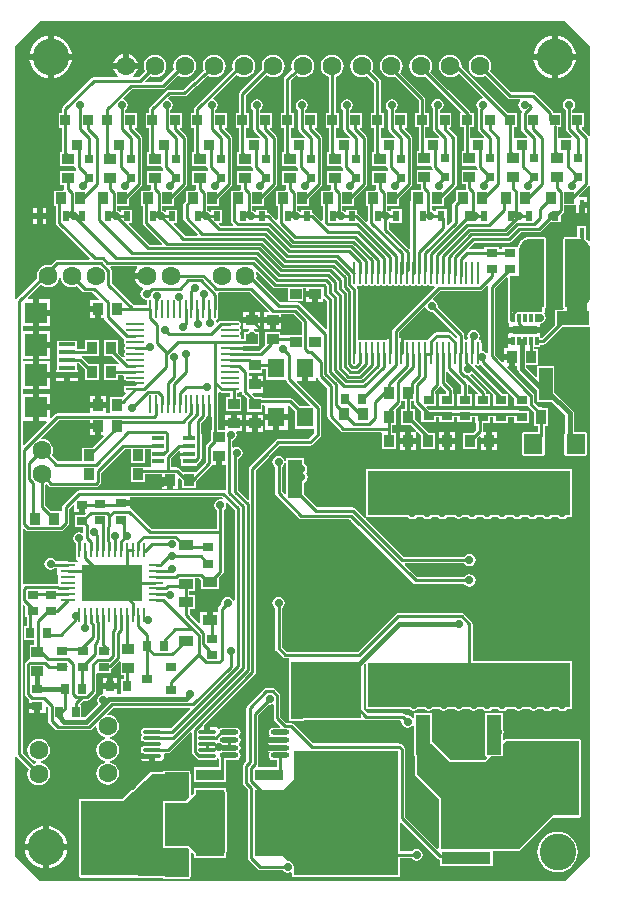
<source format=gtl>
G04 Layer_Physical_Order=1*
G04 Layer_Color=255*
%FSAX24Y24*%
%MOIN*%
G70*
G01*
G75*
%ADD10R,0.0354X0.0394*%
%ADD11R,0.1634X0.0413*%
%ADD12R,0.3465X0.4173*%
%ADD13R,0.0453X0.1063*%
%ADD14R,0.0098X0.0512*%
%ADD15R,0.0512X0.0098*%
%ADD16R,0.2028X0.1240*%
%ADD17R,0.0276X0.0354*%
%ADD18R,0.0354X0.0276*%
%ADD19R,0.0394X0.0354*%
%ADD20R,0.6750X0.1500*%
%ADD21R,0.0354X0.0315*%
%ADD22R,0.0480X0.0358*%
%ADD23R,0.0394X0.1260*%
%ADD24R,0.0118X0.0276*%
%ADD25R,0.0819X0.0315*%
%ADD26R,0.0157X0.0335*%
%ADD27R,0.1063X0.0453*%
%ADD28O,0.0630X0.0177*%
%ADD29R,0.0750X0.0750*%
%ADD30R,0.0750X0.0710*%
%ADD31R,0.0560X0.0140*%
%ADD32O,0.0098X0.0748*%
%ADD33R,0.0315X0.0315*%
%ADD34R,0.0248X0.0327*%
%ADD35R,0.0358X0.0480*%
%ADD36R,0.0630X0.0472*%
%ADD37R,0.0961X0.2205*%
%ADD38R,0.0961X0.0350*%
%ADD39R,0.0492X0.1319*%
%ADD40R,0.0354X0.0394*%
%ADD41R,0.0394X0.0354*%
%ADD42R,0.0394X0.0177*%
%ADD43O,0.0602X0.0142*%
%ADD44O,0.0602X0.0126*%
%ADD45R,0.0550X0.0630*%
%ADD46O,0.0098X0.0610*%
%ADD47O,0.0610X0.0098*%
G04:AMPARAMS|DCode=48|XSize=82.7mil|YSize=228.3mil|CornerRadius=41.3mil|HoleSize=0mil|Usage=FLASHONLY|Rotation=0.000|XOffset=0mil|YOffset=0mil|HoleType=Round|Shape=RoundedRectangle|*
%AMROUNDEDRECTD48*
21,1,0.0827,0.1457,0,0,0.0*
21,1,0.0000,0.2283,0,0,0.0*
1,1,0.0827,0.0000,-0.0728*
1,1,0.0827,0.0000,-0.0728*
1,1,0.0827,0.0000,0.0728*
1,1,0.0827,0.0000,0.0728*
%
%ADD48ROUNDEDRECTD48*%
%ADD49R,0.0472X0.1260*%
%ADD50R,0.0320X0.0360*%
%ADD51R,0.0787X0.0472*%
%ADD52C,0.0100*%
%ADD53C,0.0150*%
%ADD54R,0.1100X0.1900*%
%ADD55R,0.1100X0.1200*%
%ADD56R,0.0100X0.1000*%
%ADD57R,0.0700X0.1000*%
%ADD58R,0.2372X0.1900*%
%ADD59R,0.2135X0.4386*%
%ADD60R,0.2400X0.2500*%
%ADD61R,0.0630X0.0650*%
%ADD62C,0.1220*%
%ADD63C,0.0630*%
%ADD64C,0.0280*%
%ADD65C,0.0236*%
G36*
X063387Y061942D02*
X063426Y061942D01*
X063502Y061927D01*
X063574Y061897D01*
X063638Y061854D01*
X063693Y061799D01*
X063736Y061734D01*
X063766Y061663D01*
X063781Y061587D01*
Y061548D01*
X063781Y060052D01*
X063781Y060052D01*
X063781Y060013D01*
X063766Y059937D01*
X063736Y059865D01*
X063693Y059801D01*
X063638Y059746D01*
X063574Y059703D01*
X063502Y059673D01*
X063426Y059658D01*
X063387Y059658D01*
X062954Y059658D01*
Y061942D01*
X063387Y061942D01*
X063387Y061942D01*
D02*
G37*
G36*
X062246Y059658D02*
X061813Y059658D01*
X061774Y059658D01*
X061698Y059673D01*
X061626Y059703D01*
X061562Y059746D01*
X061507Y059801D01*
X061464Y059865D01*
X061434Y059937D01*
X061419Y060013D01*
X061419Y060052D01*
X061419Y060052D01*
X061419Y061548D01*
X061419Y061587D01*
X061434Y061663D01*
X061464Y061735D01*
X061507Y061799D01*
X061562Y061854D01*
X061626Y061897D01*
X061698Y061927D01*
X061774Y061942D01*
X061813D01*
X061813Y061942D01*
X062246Y061942D01*
Y059658D01*
D02*
G37*
G36*
X051938Y052904D02*
Y049886D01*
X051888Y049878D01*
X051844Y049944D01*
X051778Y049988D01*
X051700Y050004D01*
X051622Y049988D01*
X051556Y049944D01*
X051512Y049878D01*
X051496Y049800D01*
X051504Y049762D01*
X051421Y049679D01*
X051396Y049643D01*
X051388Y049600D01*
X051388Y049600D01*
Y049499D01*
X051221D01*
Y049220D01*
X051021D01*
Y049499D01*
X050781D01*
Y049145D01*
X050734Y049126D01*
X050432Y049428D01*
Y049579D01*
X050606D01*
Y050057D01*
X050418D01*
Y050192D01*
X050606D01*
Y050627D01*
X050752D01*
X050821Y050558D01*
Y050268D01*
X051421D01*
Y050649D01*
X051535Y050763D01*
X051535Y050763D01*
X051559Y050800D01*
X051568Y050843D01*
X051568Y050843D01*
Y052155D01*
X051568Y052155D01*
X051568Y052155D01*
Y052889D01*
X051600Y052911D01*
X051644Y052977D01*
X051660Y053055D01*
X051646Y053125D01*
X051666Y053144D01*
X051687Y053154D01*
X051938Y052904D01*
D02*
G37*
G36*
X049131Y054623D02*
Y054368D01*
X049131D01*
X049128Y054319D01*
X048944D01*
Y054342D01*
X048470D01*
Y053828D01*
X048944D01*
Y054095D01*
X049508D01*
Y054000D01*
X049785D01*
Y053900D01*
X049885D01*
Y053603D01*
X050062D01*
Y053928D01*
X050108Y053948D01*
X050178Y053878D01*
Y053643D01*
X050652D01*
Y053852D01*
X051172Y054372D01*
X051172Y054372D01*
X051196Y054408D01*
X051300D01*
Y054685D01*
X051500D01*
Y054408D01*
X051638D01*
Y053575D01*
X051588Y053545D01*
X051562Y053550D01*
X051562Y053550D01*
X046754D01*
X046754Y053550D01*
X046711Y053542D01*
X046675Y053517D01*
X046675Y053517D01*
X046221Y053063D01*
X046196Y053027D01*
X046188Y052984D01*
X046188Y052984D01*
Y052891D01*
X046152Y052857D01*
X045897D01*
X045886Y052859D01*
X045800D01*
X045612Y053046D01*
Y053741D01*
X045675Y053767D01*
X045743Y053699D01*
X045743Y053699D01*
X045779Y053675D01*
X045822Y053666D01*
X047316D01*
X047316Y053666D01*
X047359Y053675D01*
X047395Y053699D01*
X047459Y053763D01*
X047459Y053763D01*
X047484Y053800D01*
X047492Y053843D01*
X047492Y053843D01*
Y054134D01*
X048274Y054916D01*
X048470D01*
Y054458D01*
X048944D01*
Y054916D01*
X049131D01*
Y054623D01*
D02*
G37*
G36*
X063788Y063695D02*
Y061858D01*
X063745Y061846D01*
X063738Y061846D01*
X063684Y061900D01*
X063678Y061902D01*
X063674Y061908D01*
X063639Y061932D01*
Y062365D01*
X063361D01*
Y062007D01*
X062954Y062007D01*
X062931Y061997D01*
X062908Y061988D01*
X062908Y061988D01*
X062908Y061988D01*
X062899Y061965D01*
X062889Y061942D01*
Y059658D01*
X062902Y059627D01*
X062878Y059577D01*
X062608D01*
Y059067D01*
X062174Y058633D01*
X062119D01*
Y058718D01*
X062116D01*
Y058810D01*
X061606D01*
X061097D01*
Y058758D01*
X061054D01*
Y058620D01*
X061213D01*
Y058420D01*
X061054D01*
Y058297D01*
X060908D01*
Y058100D01*
X061185D01*
Y058000D01*
X061285D01*
Y057703D01*
X061362D01*
Y057600D01*
X061373Y057547D01*
X061403Y057503D01*
X062023Y056882D01*
Y056508D01*
X062512D01*
X062962Y056058D01*
Y055477D01*
X062948Y055471D01*
X062929Y055425D01*
Y054775D01*
X062948Y054729D01*
X062994Y054710D01*
X063229D01*
X063300Y054696D01*
X063371Y054710D01*
X063624D01*
X063670Y054729D01*
X063689Y054775D01*
Y055425D01*
X063670Y055471D01*
X063624Y055490D01*
X063238D01*
Y055660D01*
X063238D01*
X063238Y056162D01*
X063216Y056184D01*
X063197Y056212D01*
X063118Y056291D01*
X062596Y056814D01*
Y057691D01*
X062023D01*
Y057337D01*
X061977Y057318D01*
X061638Y057657D01*
Y057743D01*
X062052D01*
Y058257D01*
X061927D01*
Y058323D01*
X062119D01*
Y058408D01*
X062220D01*
X062220Y058408D01*
X062263Y058417D01*
X062300Y058441D01*
X062863Y059004D01*
X063788D01*
Y058436D01*
Y057783D01*
Y057731D01*
Y055490D01*
Y041346D01*
X062954Y040512D01*
X045446D01*
X044612Y041346D01*
Y044671D01*
X044662Y044686D01*
X044676Y044666D01*
X045067Y044275D01*
X045035Y044198D01*
X045022Y044100D01*
X045035Y044002D01*
X045072Y043911D01*
X045133Y043833D01*
X045211Y043772D01*
X045302Y043735D01*
X045400Y043722D01*
X045498Y043735D01*
X045589Y043772D01*
X045667Y043833D01*
X045728Y043911D01*
X045765Y044002D01*
X045778Y044100D01*
X045765Y044198D01*
X045728Y044289D01*
X045667Y044367D01*
X045589Y044428D01*
X045498Y044465D01*
X045474Y044468D01*
Y044519D01*
X045498Y044522D01*
X045589Y044560D01*
X045667Y044620D01*
X045728Y044698D01*
X045765Y044790D01*
X045778Y044887D01*
X045765Y044985D01*
X045728Y045077D01*
X045667Y045155D01*
X045589Y045215D01*
X045498Y045253D01*
X045400Y045266D01*
X045302Y045253D01*
X045211Y045215D01*
X045133Y045155D01*
X045072Y045077D01*
X045035Y044985D01*
X045022Y044887D01*
X045035Y044790D01*
X045072Y044698D01*
X045133Y044620D01*
X045211Y044560D01*
X045302Y044522D01*
X045326Y044519D01*
Y044468D01*
X045302Y044465D01*
X045225Y044433D01*
X044867Y044791D01*
Y049714D01*
X044913Y049733D01*
X044963Y049684D01*
Y049327D01*
X045012D01*
Y049037D01*
X044927D01*
Y048563D01*
X045260D01*
Y048391D01*
X045106D01*
Y047920D01*
X045077Y047915D01*
X045041Y047890D01*
X045041Y047890D01*
X044976Y047826D01*
X044952Y047790D01*
X044944Y047747D01*
X044944Y047747D01*
Y046760D01*
X044944Y046760D01*
X044952Y046717D01*
X044976Y046681D01*
X045085Y046572D01*
Y046473D01*
X045363D01*
Y046373D01*
X045463D01*
Y046135D01*
X045640D01*
Y046342D01*
X045686Y046361D01*
X045720Y046327D01*
Y045878D01*
X045720Y045878D01*
X045729Y045835D01*
X045753Y045799D01*
X045974Y045578D01*
X045974Y045578D01*
X046010Y045554D01*
X046053Y045546D01*
X047066D01*
X047066Y045546D01*
X047109Y045554D01*
X047146Y045578D01*
X047277Y045710D01*
X047308Y045694D01*
X047322Y045684D01*
X047335Y045590D01*
X047372Y045498D01*
X047433Y045420D01*
X047511Y045360D01*
X047602Y045322D01*
X047626Y045319D01*
Y045268D01*
X047602Y045265D01*
X047511Y045228D01*
X047433Y045167D01*
X047372Y045089D01*
X047335Y044998D01*
X047322Y044900D01*
X047335Y044802D01*
X047372Y044711D01*
X047433Y044633D01*
X047511Y044572D01*
X047602Y044535D01*
X047626Y044532D01*
Y044481D01*
X047602Y044478D01*
X047511Y044440D01*
X047433Y044380D01*
X047372Y044302D01*
X047335Y044210D01*
X047322Y044113D01*
X047335Y044015D01*
X047372Y043923D01*
X047433Y043845D01*
X047511Y043785D01*
X047602Y043747D01*
X047700Y043734D01*
X047798Y043747D01*
X047889Y043785D01*
X047967Y043845D01*
X048028Y043923D01*
X048065Y044015D01*
X048078Y044113D01*
X048065Y044210D01*
X048028Y044302D01*
X047967Y044380D01*
X047889Y044440D01*
X047798Y044478D01*
X047774Y044481D01*
Y044532D01*
X047798Y044535D01*
X047889Y044572D01*
X047967Y044633D01*
X048028Y044711D01*
X048065Y044802D01*
X048078Y044900D01*
X048065Y044998D01*
X048028Y045089D01*
X047967Y045167D01*
X047889Y045228D01*
X047798Y045265D01*
X047774Y045268D01*
Y045319D01*
X047798Y045322D01*
X047889Y045360D01*
X047967Y045420D01*
X048028Y045498D01*
X048065Y045590D01*
X048078Y045687D01*
X048065Y045785D01*
X048028Y045877D01*
X047967Y045955D01*
X047889Y046015D01*
X047798Y046053D01*
X047703Y046065D01*
X047693Y046079D01*
X047678Y046110D01*
X047878Y046311D01*
X050446D01*
X050466Y046265D01*
X049815Y045614D01*
X049472D01*
X049455Y045625D01*
X049404Y045635D01*
X048944D01*
X048892Y045625D01*
X048849Y045596D01*
X048820Y045553D01*
X048810Y045502D01*
X048820Y045451D01*
X048831Y045435D01*
X048847Y045386D01*
X048820Y045345D01*
X048810Y045297D01*
X048820Y045249D01*
X048834Y045228D01*
X048818Y045218D01*
X048806Y045200D01*
X048859D01*
X048888Y045181D01*
X048936Y045171D01*
X049174D01*
Y045029D01*
X048936D01*
X048888Y045019D01*
X048859Y045000D01*
X048806D01*
X048818Y044983D01*
X048834Y044972D01*
X048820Y044951D01*
X048810Y044903D01*
X048820Y044855D01*
X048835Y044832D01*
X048820Y044822D01*
X048805Y044798D01*
X048871D01*
X048888Y044787D01*
X048936Y044778D01*
X049174D01*
Y044698D01*
X049274D01*
Y044524D01*
X049404D01*
X049471Y044537D01*
X049527Y044575D01*
X049565Y044632D01*
X049578Y044698D01*
X049570Y044741D01*
X049603Y044791D01*
X049715D01*
X049715Y044791D01*
X049758Y044800D01*
X049795Y044824D01*
X050457Y045486D01*
X050503Y045467D01*
Y044832D01*
X050503Y044832D01*
X050511Y044789D01*
X050536Y044752D01*
X050669Y044619D01*
X050669Y044619D01*
X050705Y044595D01*
X050720Y044592D01*
X050745Y044575D01*
X050796Y044565D01*
X051256D01*
X051308Y044575D01*
X051351Y044604D01*
X051357Y044613D01*
X051365Y044615D01*
X051410Y044588D01*
Y044313D01*
X050583D01*
Y043842D01*
X051664D01*
Y044313D01*
X051635D01*
Y044565D01*
X051980D01*
X052038Y044576D01*
X052087Y044609D01*
X052120Y044658D01*
X052131Y044716D01*
X052120Y044774D01*
X052087Y044823D01*
Y044865D01*
X052120Y044914D01*
X052131Y044972D01*
X052120Y045030D01*
X052096Y045066D01*
X052090Y045100D01*
X052096Y045134D01*
X052120Y045170D01*
X052131Y045228D01*
X052120Y045286D01*
X052087Y045335D01*
Y045377D01*
X052120Y045426D01*
X052131Y045484D01*
X052120Y045542D01*
X052087Y045591D01*
X052038Y045624D01*
X051980Y045635D01*
X051527D01*
X051469Y045624D01*
X051420Y045591D01*
X051402D01*
X051380Y045625D01*
X051323Y045663D01*
X051256Y045676D01*
X051126D01*
Y045502D01*
X050926D01*
Y045705D01*
X050919Y045722D01*
X052609Y047412D01*
X052609Y047412D01*
X052634Y047449D01*
X052642Y047492D01*
X052642Y047492D01*
Y054230D01*
X053069Y054657D01*
X053069Y054657D01*
X053084Y054679D01*
X053443Y055038D01*
X054450D01*
X054450Y055038D01*
X054493Y055046D01*
X054529Y055071D01*
X054779Y055321D01*
X054779Y055321D01*
X054804Y055357D01*
X054812Y055400D01*
Y056306D01*
X054812Y056306D01*
X054804Y056348D01*
X054779Y056385D01*
X054779Y056385D01*
X054010Y057154D01*
X054029Y057200D01*
X054175D01*
Y057615D01*
X054375D01*
Y057200D01*
X054650D01*
Y057296D01*
X054696Y057311D01*
X054700Y057310D01*
X054723Y057276D01*
X055028Y056971D01*
Y056015D01*
X055028Y056015D01*
X055036Y055973D01*
X055061Y055936D01*
X055476Y055521D01*
X055476Y055521D01*
X055513Y055496D01*
X055555Y055488D01*
X055555Y055488D01*
X055856D01*
X055861Y055487D01*
X056467D01*
X056467Y055487D01*
X056472Y055488D01*
X056811D01*
X056848Y055457D01*
Y054943D01*
X057322D01*
Y055457D01*
X057197D01*
Y055743D01*
X057322D01*
Y056257D01*
X057322Y056257D01*
X057322D01*
X057342Y056299D01*
X057452Y056408D01*
X057476Y056444D01*
X057484Y056487D01*
X057484Y056487D01*
Y056543D01*
X057603D01*
Y056257D01*
X057478D01*
Y055743D01*
X057798D01*
X057996Y055545D01*
X057974Y055497D01*
X057950Y055497D01*
X057815D01*
Y055300D01*
X057992D01*
Y055451D01*
X057992Y055479D01*
X058040Y055501D01*
X058148Y055394D01*
Y054943D01*
X058622D01*
Y055457D01*
X058402D01*
X057952Y055906D01*
Y056257D01*
X057827D01*
Y056543D01*
X057902D01*
Y056486D01*
X057902Y056486D01*
X057910Y056443D01*
X057934Y056407D01*
X058163Y056179D01*
Y055827D01*
X058637D01*
Y055988D01*
X058763D01*
Y055827D01*
X059237D01*
Y055988D01*
X059363D01*
Y055827D01*
X059837D01*
Y055988D01*
X059963D01*
Y055799D01*
X059988D01*
Y055561D01*
X059883Y055457D01*
X059548D01*
Y054943D01*
X060022D01*
Y055279D01*
X060092Y055348D01*
X060138Y055329D01*
Y055300D01*
X060315D01*
Y055497D01*
X060227D01*
X060212Y055515D01*
X060212Y055515D01*
Y055799D01*
X060437D01*
Y055997D01*
X060563D01*
Y055799D01*
X061037D01*
Y055997D01*
X061263D01*
Y055799D01*
X061737D01*
Y056194D01*
X061458D01*
X061430Y056213D01*
X061387Y056222D01*
X061387Y056222D01*
X060100D01*
X060057Y056213D01*
X060056Y056212D01*
X059837D01*
Y056222D01*
X059363D01*
Y056212D01*
X059237D01*
Y056222D01*
X058952D01*
X058943Y056228D01*
X058900Y056237D01*
X058422D01*
X058327Y056332D01*
X058346Y056378D01*
X058637D01*
Y056773D01*
X058612D01*
Y056854D01*
X058757Y056999D01*
X058757Y056999D01*
X058763Y057007D01*
X058825Y057016D01*
X058988Y056854D01*
Y056773D01*
X058763D01*
Y056378D01*
X059237D01*
Y056773D01*
X059212D01*
Y056900D01*
X059212Y056900D01*
X059204Y056943D01*
X059179Y056979D01*
X058987Y057172D01*
Y057484D01*
X059037Y057504D01*
X059488Y057054D01*
Y056773D01*
X059363D01*
Y056378D01*
X059837D01*
Y056773D01*
X059712D01*
Y057059D01*
X059762Y057079D01*
X060046Y056796D01*
X060025Y056746D01*
X059963D01*
Y056350D01*
X060437D01*
Y056746D01*
X060312D01*
Y056800D01*
X060304Y056843D01*
X060279Y056879D01*
X060279Y056879D01*
X059791Y057367D01*
X059801Y057426D01*
X059844Y057449D01*
X060563Y056730D01*
Y056350D01*
X061037D01*
Y056746D01*
X060865D01*
X059958Y057652D01*
X059963Y057714D01*
X059987Y057730D01*
X059992Y057729D01*
X060013Y057715D01*
X060056Y057706D01*
X060099Y057715D01*
X060131Y057737D01*
X061263Y056605D01*
Y056350D01*
X061719D01*
X061721Y056347D01*
X061917Y056150D01*
Y055700D01*
X062044D01*
Y055490D01*
X061576D01*
X061530Y055471D01*
X061511Y055425D01*
Y054775D01*
X061530Y054729D01*
X061576Y054710D01*
X062206D01*
X062252Y054729D01*
X062271Y054775D01*
Y055425D01*
X062268Y055432D01*
Y055700D01*
X062395D01*
Y056300D01*
X062204D01*
X062199Y056304D01*
X062156Y056312D01*
X062073D01*
X061912Y056473D01*
Y056716D01*
X061912Y056716D01*
X061904Y056759D01*
X061879Y056795D01*
X061872Y056802D01*
X061866Y056810D01*
X061866Y056810D01*
X061802Y056875D01*
X061794Y056880D01*
X061017Y057657D01*
X061036Y057703D01*
X061085D01*
Y057900D01*
X060908D01*
Y057832D01*
X060862Y057813D01*
X060612Y058062D01*
Y060278D01*
X060985Y060651D01*
X061035Y060630D01*
Y060200D01*
Y059500D01*
Y059200D01*
X061054Y059154D01*
X061094Y059138D01*
Y059102D01*
X061097D01*
Y059010D01*
X061606D01*
X062116D01*
Y059099D01*
X062178Y059112D01*
X062244Y059156D01*
X062288Y059222D01*
X062304Y059300D01*
X062288Y059378D01*
X062267Y059410D01*
X062246Y059454D01*
X062265Y059500D01*
Y059601D01*
X062291Y059612D01*
X062292Y059612D01*
X062311Y059658D01*
X062311Y059658D01*
Y061942D01*
X062292Y061988D01*
X062246Y062007D01*
X061813Y062007D01*
X061813Y062007D01*
X061774D01*
X061768Y062004D01*
X061761Y062005D01*
X061685Y061990D01*
X061680Y061987D01*
X061673D01*
X061601Y061957D01*
X061597Y061952D01*
X061590Y061951D01*
X061526Y061908D01*
X061522Y061902D01*
X061516Y061900D01*
X061461Y061845D01*
X061458Y061839D01*
X061453Y061835D01*
X061410Y061771D01*
X061408Y061764D01*
X061404Y061759D01*
X061378Y061696D01*
X061337Y061673D01*
X060863D01*
Y061588D01*
X060737D01*
Y061673D01*
X060263D01*
Y061588D01*
X059769D01*
X059750Y061634D01*
X059924Y061808D01*
X061073D01*
X061073Y061808D01*
X061115Y061816D01*
X061152Y061841D01*
X061472Y062161D01*
X062073D01*
X062073Y062161D01*
X062116Y062169D01*
X062152Y062194D01*
X062442Y062483D01*
X062803D01*
Y062732D01*
X062879Y062808D01*
X062904Y062844D01*
X062912Y062887D01*
X062912Y062887D01*
Y063049D01*
X063321D01*
Y062795D01*
X063400D01*
Y063063D01*
X063500D01*
Y063163D01*
X063679D01*
Y063330D01*
X063428D01*
X063408Y063376D01*
X063729Y063697D01*
X063729Y063697D01*
X063738Y063710D01*
X063788Y063695D01*
D02*
G37*
G36*
X060376Y060378D02*
X060395Y060359D01*
X060388Y060324D01*
X060388Y060324D01*
Y058132D01*
X060338Y058117D01*
X060320Y058144D01*
X060254Y058188D01*
X060176Y058204D01*
X060167Y058211D01*
Y058467D01*
X060159Y058510D01*
X060135Y058546D01*
X060099Y058570D01*
X060086Y058602D01*
X060089Y058623D01*
X060104Y058700D01*
X060088Y058778D01*
X060044Y058844D01*
X059978Y058888D01*
X059948Y058894D01*
X059939Y058900D01*
X059896Y058909D01*
X059854Y058900D01*
X059842Y058892D01*
X059822Y058888D01*
X059756Y058844D01*
X059712Y058778D01*
X059696Y058700D01*
X059712Y058622D01*
X059713Y058620D01*
X059683Y058575D01*
X059662Y058579D01*
X059628Y058572D01*
X059601Y058584D01*
X059578Y058602D01*
Y058734D01*
X059578Y058734D01*
X059569Y058777D01*
X059545Y058814D01*
X059545Y058814D01*
X058696Y059662D01*
X058704Y059700D01*
X058688Y059778D01*
X058644Y059844D01*
X058578Y059888D01*
X058559Y059892D01*
X058545Y059940D01*
X058793Y060188D01*
X060106D01*
X060106Y060188D01*
X060149Y060196D01*
X060185Y060221D01*
X060354Y060389D01*
X060376Y060378D01*
D02*
G37*
G36*
X047108Y055800D02*
X047385D01*
Y055700D01*
X047485D01*
Y055403D01*
X047557D01*
X047576Y055357D01*
X047191Y054972D01*
X046856D01*
Y054520D01*
X046026D01*
X045833Y054713D01*
X045865Y054790D01*
X045878Y054887D01*
X045865Y054985D01*
X045828Y055077D01*
X045767Y055155D01*
X045689Y055215D01*
X045598Y055253D01*
X045506Y055265D01*
X045484Y055297D01*
X045479Y055309D01*
X046065Y055895D01*
X047108D01*
Y055800D01*
D02*
G37*
G36*
X046147Y060602D02*
X046185Y060511D01*
X046245Y060433D01*
X046323Y060372D01*
X046415Y060335D01*
X046513Y060322D01*
X046610Y060335D01*
X046687Y060367D01*
X046858Y060196D01*
X046858Y060196D01*
X046895Y060171D01*
X046938Y060163D01*
X046938Y060163D01*
X047193D01*
X047413Y059943D01*
X047394Y059897D01*
X047108D01*
Y059700D01*
X047385D01*
Y059600D01*
X047485D01*
Y059303D01*
X047591D01*
X047596Y059277D01*
X047621Y059241D01*
X048251Y058610D01*
X048252Y058609D01*
X048254Y058607D01*
X048262Y058543D01*
X048257Y058535D01*
X048248Y058492D01*
X048257Y058450D01*
X048271Y058428D01*
X048277Y058394D01*
X048271Y058360D01*
X048257Y058338D01*
X048248Y058295D01*
X048257Y058253D01*
X048271Y058231D01*
X048277Y058197D01*
X048271Y058163D01*
X048257Y058141D01*
X048248Y058098D01*
X048257Y058056D01*
X048271Y058034D01*
X048272Y058029D01*
X048256Y058006D01*
X048194Y058000D01*
X048052Y058142D01*
Y058557D01*
X047578D01*
Y058043D01*
X047834D01*
X048083Y057794D01*
X048050Y057757D01*
X047578D01*
Y057243D01*
X048052D01*
Y057396D01*
X048225D01*
X048242Y057372D01*
X048255Y057346D01*
X048248Y057311D01*
X048257Y057268D01*
X048260Y057263D01*
X048252Y057222D01*
X048247Y057214D01*
X048308D01*
X048317Y057208D01*
X048359Y057200D01*
X048615D01*
Y057030D01*
X048611Y057029D01*
X048359D01*
X048317Y057020D01*
X048308Y057014D01*
X048247D01*
X048252Y057007D01*
X048260Y056965D01*
X048257Y056960D01*
X048248Y056917D01*
X048257Y056875D01*
X048281Y056839D01*
X048297Y056828D01*
X048308Y056769D01*
X048196Y056657D01*
X047778D01*
Y056143D01*
X047738Y056119D01*
X047662D01*
Y056300D01*
X047385D01*
X047108D01*
Y056119D01*
X046018D01*
X046018Y056119D01*
X045975Y056110D01*
X045939Y056086D01*
X045939Y056086D01*
X045821Y055968D01*
X045775Y055987D01*
Y056220D01*
X045400D01*
Y055865D01*
X045653D01*
X045672Y055819D01*
X044913Y055060D01*
X044867Y055080D01*
Y055865D01*
X045200D01*
Y056320D01*
Y056775D01*
X044867D01*
Y056925D01*
X045200D01*
Y057400D01*
Y057875D01*
X044867D01*
Y057925D01*
X045200D01*
Y058400D01*
Y058875D01*
X044867D01*
Y059020D01*
X045200D01*
Y059475D01*
Y059930D01*
X045054D01*
X045035Y059976D01*
X045477Y060418D01*
X045536Y060372D01*
X045627Y060335D01*
X045725Y060322D01*
X045823Y060335D01*
X045914Y060372D01*
X045993Y060433D01*
X046053Y060511D01*
X046091Y060602D01*
X046094Y060626D01*
X046144D01*
X046147Y060602D01*
D02*
G37*
G36*
X048696Y060970D02*
X048650Y060909D01*
X048608Y060808D01*
X048607Y060800D01*
X049013D01*
Y060600D01*
X048607D01*
X048608Y060592D01*
X048650Y060491D01*
X048717Y060404D01*
X048803Y060338D01*
X048866Y060311D01*
X048872Y060255D01*
X048856Y060244D01*
X048812Y060178D01*
X048796Y060100D01*
X048812Y060022D01*
X048856Y059956D01*
X048922Y059912D01*
X048971Y059902D01*
X049001Y059889D01*
X049007Y059848D01*
X049006Y059841D01*
Y059712D01*
X048576D01*
X047837Y060451D01*
Y060876D01*
X047837Y060876D01*
X047829Y060919D01*
X047804Y060955D01*
X047804Y060955D01*
X047786Y060973D01*
X047805Y061020D01*
X048672D01*
X048696Y060970D01*
D02*
G37*
G36*
X058220Y060387D02*
X058242Y060372D01*
X058284Y060364D01*
X058327Y060372D01*
X058349Y060387D01*
X058383Y060393D01*
X058417Y060387D01*
X058439Y060372D01*
X058481Y060364D01*
X058524Y060372D01*
X058546Y060387D01*
X058561Y060390D01*
X058595Y060370D01*
X058602Y060314D01*
X057221Y058933D01*
X057196Y058896D01*
X057188Y058854D01*
X057188Y058854D01*
Y058646D01*
X057138Y058613D01*
X057103Y058619D01*
X057045Y058608D01*
X056996Y058575D01*
X056954Y058567D01*
X056949Y058570D01*
X056906Y058579D01*
X056864Y058570D01*
X056842Y058556D01*
X056808Y058550D01*
X056774Y058556D01*
X056752Y058570D01*
X056710Y058579D01*
X056667Y058570D01*
X056645Y058556D01*
X056611Y058550D01*
X056577Y058556D01*
X056555Y058570D01*
X056513Y058579D01*
X056470Y058570D01*
X056448Y058556D01*
X056414Y058550D01*
X056380Y058556D01*
X056359Y058570D01*
X056316Y058579D01*
X056273Y058570D01*
X056252Y058556D01*
X056217Y058550D01*
X056183Y058556D01*
X056162Y058570D01*
X056119Y058579D01*
X056084Y058572D01*
X056058Y058584D01*
X056034Y058602D01*
Y060250D01*
X056034Y060250D01*
X056026Y060293D01*
X056002Y060329D01*
X056003Y060331D01*
X056026Y060372D01*
X056050Y060388D01*
X056055Y060387D01*
X056076Y060372D01*
X056119Y060364D01*
X056162Y060372D01*
X056183Y060387D01*
X056217Y060393D01*
X056252Y060387D01*
X056273Y060372D01*
X056316Y060364D01*
X056359Y060372D01*
X056380Y060387D01*
X056414Y060393D01*
X056448Y060387D01*
X056470Y060372D01*
X056513Y060364D01*
X056555Y060372D01*
X056577Y060387D01*
X056611Y060393D01*
X056645Y060387D01*
X056667Y060372D01*
X056710Y060364D01*
X056752Y060372D01*
X056774Y060387D01*
X056808Y060393D01*
X056842Y060387D01*
X056864Y060372D01*
X056906Y060364D01*
X056949Y060372D01*
X056971Y060387D01*
X057005Y060393D01*
X057039Y060387D01*
X057061Y060372D01*
X057103Y060364D01*
X057146Y060372D01*
X057168Y060387D01*
X057202Y060393D01*
X057236Y060387D01*
X057258Y060372D01*
X057300Y060364D01*
X057343Y060372D01*
X057365Y060387D01*
X057399Y060393D01*
X057433Y060387D01*
X057454Y060372D01*
X057497Y060364D01*
X057540Y060372D01*
X057561Y060387D01*
X057595Y060393D01*
X057629Y060387D01*
X057651Y060372D01*
X057694Y060364D01*
X057736Y060372D01*
X057758Y060387D01*
X057792Y060393D01*
X057826Y060387D01*
X057848Y060372D01*
X057891Y060364D01*
X057933Y060372D01*
X057955Y060387D01*
X057989Y060393D01*
X058023Y060387D01*
X058045Y060372D01*
X058088Y060364D01*
X058130Y060372D01*
X058152Y060387D01*
X058186Y060393D01*
X058220Y060387D01*
D02*
G37*
G36*
X063121Y069021D02*
X063121Y069021D01*
X063788Y068354D01*
Y065388D01*
X063738Y065373D01*
X063729Y065386D01*
X063505Y065610D01*
X063526Y065660D01*
X063574D01*
Y066140D01*
X063192D01*
Y066241D01*
X063224Y066262D01*
X063268Y066328D01*
X063284Y066406D01*
X063268Y066484D01*
X063224Y066550D01*
X063158Y066595D01*
X063080Y066610D01*
X063002Y066595D01*
X062936Y066550D01*
X062892Y066484D01*
X062876Y066406D01*
X062892Y066328D01*
X062936Y066262D01*
X062968Y066241D01*
Y065606D01*
X062968Y065606D01*
X062976Y065563D01*
X063001Y065527D01*
X063171Y065356D01*
X063151Y065306D01*
X062760D01*
Y065306D01*
X062712Y065311D01*
Y065660D01*
X062820D01*
Y066140D01*
X062561D01*
X062557Y066158D01*
X062533Y066194D01*
X062533Y066194D01*
X061948Y066779D01*
X061911Y066804D01*
X061869Y066812D01*
X061869Y066812D01*
X061157D01*
X060444Y067525D01*
X060476Y067602D01*
X060489Y067700D01*
X060476Y067798D01*
X060439Y067889D01*
X060378Y067967D01*
X060300Y068028D01*
X060209Y068065D01*
X060111Y068078D01*
X060013Y068065D01*
X059922Y068028D01*
X059844Y067967D01*
X059783Y067889D01*
X059746Y067798D01*
X059733Y067700D01*
X059746Y067602D01*
X059783Y067511D01*
X059844Y067433D01*
X059922Y067372D01*
X060013Y067335D01*
X060111Y067322D01*
X060209Y067335D01*
X060286Y067367D01*
X061032Y066621D01*
X061032Y066621D01*
X061068Y066596D01*
X061111Y066588D01*
X061111Y066588D01*
X061438D01*
X061452Y066538D01*
X061412Y066478D01*
X061396Y066400D01*
X061412Y066322D01*
X061456Y066256D01*
X061489Y066234D01*
X061519Y066204D01*
X061504Y066168D01*
X061500Y066162D01*
X061492Y066119D01*
X061492Y066119D01*
Y065620D01*
X061488Y065600D01*
X061496Y065557D01*
X061521Y065521D01*
X061691Y065350D01*
X061671Y065300D01*
X061280D01*
Y065300D01*
X061232Y065305D01*
Y065654D01*
X061340D01*
Y066134D01*
X061039D01*
X059501Y067671D01*
X059505Y067700D01*
X059492Y067798D01*
X059454Y067889D01*
X059394Y067967D01*
X059316Y068028D01*
X059225Y068065D01*
X059127Y068078D01*
X059029Y068065D01*
X058938Y068028D01*
X058859Y067967D01*
X058799Y067889D01*
X058761Y067798D01*
X058749Y067700D01*
X058761Y067602D01*
X058799Y067511D01*
X058859Y067433D01*
X058938Y067372D01*
X059029Y067335D01*
X059127Y067322D01*
X059225Y067335D01*
X059316Y067372D01*
X059394Y067433D01*
X059421Y067434D01*
X060205Y066650D01*
X060184Y066601D01*
X060122Y066588D01*
X060056Y066544D01*
X060012Y066478D01*
X059996Y066400D01*
X060012Y066322D01*
X060049Y066266D01*
X060048Y066260D01*
X060048Y066260D01*
Y065600D01*
X060048Y065600D01*
X060056Y065557D01*
X060081Y065521D01*
X060251Y065350D01*
X060231Y065300D01*
X059840D01*
Y065300D01*
X059792Y065305D01*
Y065654D01*
X059900D01*
Y066134D01*
X059807D01*
X059805Y066138D01*
X059804Y066143D01*
X059794Y066157D01*
X059787Y066171D01*
X059782Y066175D01*
X059779Y066179D01*
X059063Y066895D01*
X059062Y066896D01*
X058460Y067498D01*
X058470Y067511D01*
X058508Y067602D01*
X058521Y067700D01*
X058508Y067798D01*
X058470Y067889D01*
X058410Y067967D01*
X058332Y068028D01*
X058240Y068065D01*
X058143Y068078D01*
X058045Y068065D01*
X057953Y068028D01*
X057875Y067967D01*
X057815Y067889D01*
X057777Y067798D01*
X057764Y067700D01*
X057777Y067602D01*
X057815Y067511D01*
X057875Y067433D01*
X057953Y067372D01*
X058045Y067335D01*
X058143Y067322D01*
X058240Y067335D01*
X058287Y067354D01*
X058905Y066736D01*
X058907Y066734D01*
X059474Y066167D01*
X059460Y066134D01*
X059460D01*
Y065654D01*
X059568D01*
Y064852D01*
X059503D01*
Y064378D01*
X059978D01*
X060008Y064340D01*
X060016Y064297D01*
X060039Y064263D01*
X060031Y064249D01*
X060008Y064222D01*
X059503D01*
Y063748D01*
X059648D01*
Y063613D01*
X059648Y063613D01*
X059649Y063607D01*
X059610Y063557D01*
X059308D01*
Y063221D01*
X059221Y063134D01*
X059196Y063098D01*
X059188Y063055D01*
X059188Y063055D01*
Y062520D01*
X059053Y062386D01*
X059007Y062405D01*
Y062626D01*
X059005Y062637D01*
Y062923D01*
X058637D01*
Y062878D01*
X058587Y062856D01*
X058538Y062888D01*
X058500Y062896D01*
Y063043D01*
X058912D01*
Y063294D01*
X059309Y063691D01*
X059309Y063691D01*
X059334Y063727D01*
X059342Y063770D01*
Y065300D01*
X059342Y065300D01*
X059334Y065343D01*
X059309Y065379D01*
X059085Y065604D01*
X059106Y065654D01*
X059154D01*
Y066134D01*
X058773D01*
Y066211D01*
X058778Y066212D01*
X058844Y066256D01*
X058888Y066322D01*
X058904Y066400D01*
X058888Y066478D01*
X058844Y066544D01*
X058778Y066588D01*
X058700Y066604D01*
X058622Y066588D01*
X058556Y066544D01*
X058512Y066478D01*
X058496Y066400D01*
X058512Y066322D01*
X058549Y066267D01*
Y065599D01*
X058549Y065599D01*
X058557Y065556D01*
X058581Y065520D01*
X058751Y065350D01*
X058731Y065300D01*
X058340D01*
Y065300D01*
X058292Y065305D01*
Y065654D01*
X058400D01*
Y066134D01*
X058292D01*
Y066594D01*
X058284Y066637D01*
X058259Y066673D01*
X058259Y066673D01*
X057458Y067475D01*
X057486Y067511D01*
X057524Y067602D01*
X057537Y067700D01*
X057524Y067798D01*
X057486Y067889D01*
X057426Y067967D01*
X057347Y068028D01*
X057256Y068065D01*
X057158Y068078D01*
X057060Y068065D01*
X056969Y068028D01*
X056891Y067967D01*
X056831Y067889D01*
X056793Y067798D01*
X056780Y067700D01*
X056793Y067602D01*
X056831Y067511D01*
X056891Y067433D01*
X056969Y067372D01*
X057060Y067335D01*
X057158Y067322D01*
X057256Y067335D01*
X057274Y067342D01*
X058068Y066548D01*
Y066134D01*
X057960D01*
Y065654D01*
X058068D01*
Y064852D01*
X058003D01*
Y064378D01*
X058478D01*
X058508Y064340D01*
X058516Y064297D01*
X058539Y064263D01*
X058531Y064249D01*
X058508Y064222D01*
X058003D01*
Y063748D01*
X058148D01*
Y063613D01*
X058148Y063613D01*
X058149Y063607D01*
X058110Y063557D01*
X057808D01*
Y063215D01*
X057796Y063198D01*
X057788Y063155D01*
X057788Y063155D01*
Y061624D01*
X057738Y061603D01*
X057072Y062269D01*
Y062471D01*
X057087Y062480D01*
X057137Y062477D01*
Y062477D01*
X057505D01*
Y062923D01*
X057137D01*
Y062877D01*
X057087Y062851D01*
X057053Y062873D01*
X057012Y062882D01*
Y063028D01*
X057427D01*
Y063279D01*
X057824Y063676D01*
X057824Y063676D01*
X057849Y063712D01*
X057857Y063755D01*
Y065285D01*
X057857Y065285D01*
X057849Y065328D01*
X057824Y065364D01*
X057600Y065589D01*
X057621Y065639D01*
X057669D01*
Y066119D01*
X057287D01*
Y066219D01*
X057319Y066241D01*
X057363Y066307D01*
X057379Y066385D01*
X057363Y066463D01*
X057319Y066529D01*
X057253Y066573D01*
X057175Y066589D01*
X057097Y066573D01*
X057031Y066529D01*
X056987Y066463D01*
X056971Y066385D01*
X056987Y066307D01*
X057031Y066241D01*
X057063Y066219D01*
Y065585D01*
X057063Y065585D01*
X057071Y065542D01*
X057096Y065506D01*
X057266Y065335D01*
X057246Y065285D01*
X056855D01*
Y065285D01*
X056807Y065290D01*
Y065639D01*
X056915D01*
Y066119D01*
X056807D01*
Y067179D01*
X056807Y067179D01*
X056799Y067222D01*
X056774Y067258D01*
X056507Y067525D01*
X056539Y067602D01*
X056552Y067700D01*
X056539Y067798D01*
X056502Y067889D01*
X056441Y067967D01*
X056363Y068028D01*
X056272Y068065D01*
X056174Y068078D01*
X056076Y068065D01*
X055985Y068028D01*
X055907Y067967D01*
X055846Y067889D01*
X055809Y067798D01*
X055796Y067700D01*
X055809Y067602D01*
X055846Y067511D01*
X055907Y067433D01*
X055985Y067372D01*
X056076Y067335D01*
X056174Y067322D01*
X056272Y067335D01*
X056349Y067367D01*
X056583Y067133D01*
Y066119D01*
X056475D01*
Y065639D01*
X056583D01*
Y064837D01*
X056518D01*
Y064363D01*
X056993D01*
X057023Y064325D01*
X057031Y064282D01*
X057054Y064248D01*
X057046Y064234D01*
X057023Y064207D01*
X056518D01*
Y063733D01*
X056663D01*
Y063598D01*
X056663Y063598D01*
X056664Y063592D01*
X056625Y063542D01*
X056323D01*
Y063028D01*
X056368D01*
Y062514D01*
X056318Y062493D01*
X056047Y062764D01*
X056020Y062782D01*
Y062908D01*
X055652D01*
Y062863D01*
X055602Y062841D01*
X055553Y062873D01*
X055512Y062882D01*
Y063028D01*
X055927D01*
Y063279D01*
X056324Y063676D01*
X056324Y063676D01*
X056349Y063712D01*
X056357Y063755D01*
Y065285D01*
X056357Y065285D01*
X056349Y065328D01*
X056324Y065364D01*
X056100Y065589D01*
X056121Y065639D01*
X056169D01*
Y066119D01*
X055787D01*
Y066219D01*
X055819Y066241D01*
X055863Y066307D01*
X055879Y066385D01*
X055863Y066463D01*
X055819Y066529D01*
X055753Y066573D01*
X055675Y066589D01*
X055597Y066573D01*
X055531Y066529D01*
X055487Y066463D01*
X055471Y066385D01*
X055487Y066307D01*
X055531Y066241D01*
X055563Y066219D01*
Y065585D01*
X055563Y065585D01*
X055571Y065542D01*
X055596Y065506D01*
X055766Y065335D01*
X055746Y065285D01*
X055355D01*
Y065285D01*
X055307Y065290D01*
Y065639D01*
X055415D01*
Y066119D01*
X055307D01*
Y067343D01*
X055379Y067372D01*
X055457Y067433D01*
X055517Y067511D01*
X055555Y067602D01*
X055568Y067700D01*
X055555Y067798D01*
X055517Y067889D01*
X055457Y067967D01*
X055379Y068028D01*
X055288Y068065D01*
X055190Y068078D01*
X055092Y068065D01*
X055001Y068028D01*
X054922Y067967D01*
X054862Y067889D01*
X054824Y067798D01*
X054812Y067700D01*
X054824Y067602D01*
X054862Y067511D01*
X054922Y067433D01*
X055001Y067372D01*
X055083Y067338D01*
Y066119D01*
X054975D01*
Y065639D01*
X055083D01*
Y064837D01*
X055018D01*
Y064363D01*
X055493D01*
X055523Y064325D01*
X055531Y064282D01*
X055554Y064248D01*
X055546Y064234D01*
X055523Y064207D01*
X055018D01*
Y063733D01*
X055163D01*
Y063598D01*
X055163Y063598D01*
X055164Y063592D01*
X055125Y063542D01*
X054823D01*
Y063028D01*
X054868D01*
Y062556D01*
X054822Y062537D01*
X054594Y062764D01*
X054558Y062789D01*
X054520Y062796D01*
Y062908D01*
X054152D01*
Y062863D01*
X054102Y062841D01*
X054053Y062873D01*
X054012Y062882D01*
Y063028D01*
X054427D01*
Y063279D01*
X054824Y063676D01*
X054824Y063676D01*
X054849Y063712D01*
X054857Y063755D01*
Y065285D01*
X054857Y065285D01*
X054849Y065328D01*
X054824Y065364D01*
X054600Y065589D01*
X054621Y065639D01*
X054669D01*
Y066119D01*
X054287D01*
Y066219D01*
X054319Y066241D01*
X054363Y066307D01*
X054379Y066385D01*
X054363Y066463D01*
X054319Y066529D01*
X054253Y066573D01*
X054175Y066589D01*
X054097Y066573D01*
X054031Y066529D01*
X053987Y066463D01*
X053971Y066385D01*
X053987Y066307D01*
X054031Y066241D01*
X054063Y066219D01*
Y065585D01*
X054063Y065585D01*
X054071Y065542D01*
X054096Y065506D01*
X054266Y065335D01*
X054246Y065285D01*
X053855D01*
Y065285D01*
X053807Y065290D01*
Y065639D01*
X053915D01*
Y066119D01*
X053807D01*
Y067221D01*
X054002Y067384D01*
X054016Y067372D01*
X054108Y067335D01*
X054206Y067322D01*
X054303Y067335D01*
X054395Y067372D01*
X054473Y067433D01*
X054533Y067511D01*
X054571Y067602D01*
X054584Y067700D01*
X054571Y067798D01*
X054533Y067889D01*
X054473Y067967D01*
X054395Y068028D01*
X054303Y068065D01*
X054206Y068078D01*
X054108Y068065D01*
X054016Y068028D01*
X053938Y067967D01*
X053878Y067889D01*
X053840Y067798D01*
X053827Y067700D01*
X053840Y067602D01*
X053859Y067557D01*
X053623Y067360D01*
X053620Y067356D01*
X053616Y067353D01*
X053606Y067339D01*
X053596Y067326D01*
X053594Y067321D01*
X053591Y067317D01*
X053588Y067300D01*
X053583Y067284D01*
X053584Y067279D01*
X053583Y067274D01*
Y066119D01*
X053475D01*
Y065639D01*
X053583D01*
Y064837D01*
X053518D01*
Y064363D01*
X053993D01*
X054023Y064325D01*
X054031Y064282D01*
X054054Y064248D01*
X054046Y064234D01*
X054023Y064207D01*
X053518D01*
Y063733D01*
X053663D01*
Y063598D01*
X053663Y063598D01*
X053664Y063592D01*
X053625Y063542D01*
X053323D01*
Y063028D01*
X053368D01*
Y062586D01*
X053322Y062567D01*
X053124Y062764D01*
X053088Y062789D01*
X053045Y062797D01*
X053020Y062836D01*
Y062908D01*
X052652D01*
Y062863D01*
X052602Y062841D01*
X052553Y062873D01*
X052512Y062882D01*
Y063028D01*
X052927D01*
Y063279D01*
X053324Y063676D01*
X053324Y063676D01*
X053349Y063712D01*
X053357Y063755D01*
Y065285D01*
X053357Y065285D01*
X053349Y065328D01*
X053324Y065364D01*
X053100Y065589D01*
X053121Y065639D01*
X053169D01*
Y066119D01*
X052787D01*
Y066219D01*
X052819Y066241D01*
X052863Y066307D01*
X052879Y066385D01*
X052863Y066463D01*
X052819Y066529D01*
X052753Y066573D01*
X052675Y066589D01*
X052597Y066573D01*
X052531Y066529D01*
X052487Y066463D01*
X052471Y066385D01*
X052487Y066307D01*
X052531Y066241D01*
X052563Y066219D01*
Y065585D01*
X052563Y065585D01*
X052571Y065542D01*
X052596Y065506D01*
X052766Y065335D01*
X052746Y065285D01*
X052355D01*
Y065285D01*
X052307Y065290D01*
Y065639D01*
X052415D01*
Y066119D01*
X052307D01*
Y066712D01*
X052996Y067400D01*
X053032Y067372D01*
X053123Y067335D01*
X053221Y067322D01*
X053319Y067335D01*
X053410Y067372D01*
X053489Y067433D01*
X053549Y067511D01*
X053587Y067602D01*
X053600Y067700D01*
X053587Y067798D01*
X053549Y067889D01*
X053489Y067967D01*
X053410Y068028D01*
X053319Y068065D01*
X053221Y068078D01*
X053123Y068065D01*
X053032Y068028D01*
X052954Y067967D01*
X052894Y067889D01*
X052856Y067798D01*
X052843Y067700D01*
X052856Y067602D01*
X052863Y067585D01*
X052116Y066837D01*
X052091Y066801D01*
X052083Y066758D01*
X052083Y066758D01*
Y066119D01*
X051975D01*
Y065639D01*
X052083D01*
Y064837D01*
X052018D01*
Y064363D01*
X052492D01*
X052523Y064325D01*
X052531Y064282D01*
X052554Y064248D01*
X052546Y064234D01*
X052523Y064207D01*
X052018D01*
Y063733D01*
X052163D01*
Y063598D01*
X052163Y063598D01*
X052164Y063592D01*
X052125Y063542D01*
X051823D01*
Y063188D01*
X051816Y063153D01*
X051816Y063153D01*
Y062528D01*
X051816Y062528D01*
X051824Y062485D01*
X051849Y062449D01*
X051887Y062410D01*
X051868Y062364D01*
X051455D01*
X051403Y062415D01*
X051422Y062462D01*
X051520D01*
Y062908D01*
X051152D01*
Y062863D01*
X051102Y062841D01*
X051053Y062873D01*
X051012Y062882D01*
Y063028D01*
X051427D01*
Y063279D01*
X051824Y063676D01*
X051824Y063676D01*
X051849Y063712D01*
X051857Y063755D01*
Y065285D01*
X051857Y065285D01*
X051849Y065328D01*
X051824Y065364D01*
X051600Y065589D01*
X051621Y065639D01*
X051669D01*
Y066119D01*
X051287D01*
Y066219D01*
X051319Y066241D01*
X051363Y066307D01*
X051379Y066385D01*
X051363Y066463D01*
X051319Y066529D01*
X051253Y066573D01*
X051234Y066577D01*
X051220Y066625D01*
X052002Y067407D01*
X052048Y067372D01*
X052139Y067335D01*
X052237Y067322D01*
X052335Y067335D01*
X052426Y067372D01*
X052504Y067433D01*
X052565Y067511D01*
X052602Y067602D01*
X052615Y067700D01*
X052602Y067798D01*
X052565Y067889D01*
X052504Y067967D01*
X052426Y068028D01*
X052335Y068065D01*
X052237Y068078D01*
X052139Y068065D01*
X052048Y068028D01*
X051970Y067967D01*
X051909Y067889D01*
X051872Y067798D01*
X051859Y067700D01*
X051872Y067602D01*
X051874Y067596D01*
X050616Y066338D01*
X050591Y066302D01*
X050583Y066259D01*
X050583Y066259D01*
Y066119D01*
X050475D01*
Y065639D01*
X050583D01*
Y064837D01*
X050518D01*
Y064363D01*
X050992D01*
X051023Y064325D01*
X051031Y064282D01*
X051054Y064248D01*
X051046Y064234D01*
X051023Y064207D01*
X050518D01*
Y063733D01*
X050663D01*
Y063598D01*
X050663Y063598D01*
X050664Y063592D01*
X050625Y063542D01*
X050323D01*
Y063211D01*
X050254Y063142D01*
X050229Y063106D01*
X050221Y063063D01*
X050221Y063063D01*
Y062623D01*
X050221Y062623D01*
X050229Y062580D01*
X050254Y062544D01*
X050707Y062090D01*
X050688Y062044D01*
X050275D01*
X049903Y062415D01*
X049922Y062462D01*
X050020D01*
Y062908D01*
X049652D01*
Y062863D01*
X049602Y062841D01*
X049553Y062873D01*
X049512Y062882D01*
Y063028D01*
X049927D01*
Y063279D01*
X050324Y063676D01*
X050324Y063676D01*
X050349Y063712D01*
X050357Y063755D01*
Y065285D01*
X050357Y065285D01*
X050349Y065328D01*
X050324Y065364D01*
X050100Y065589D01*
X050121Y065639D01*
X050169D01*
Y066119D01*
X049787D01*
Y066219D01*
X049819Y066241D01*
X049863Y066307D01*
X049879Y066385D01*
X049863Y066463D01*
X049819Y066529D01*
X049753Y066573D01*
X049734Y066577D01*
X049720Y066625D01*
X049778Y066683D01*
X050264D01*
X050283Y066687D01*
X050302Y066690D01*
X050304Y066691D01*
X050306Y066691D01*
X050323Y066702D01*
X050339Y066712D01*
X051062Y067374D01*
X051064Y067372D01*
X051155Y067335D01*
X051253Y067322D01*
X051351Y067335D01*
X051442Y067372D01*
X051520Y067433D01*
X051580Y067511D01*
X051618Y067602D01*
X051631Y067700D01*
X051618Y067798D01*
X051580Y067889D01*
X051520Y067967D01*
X051442Y068028D01*
X051351Y068065D01*
X051253Y068078D01*
X051155Y068065D01*
X051064Y068028D01*
X050985Y067967D01*
X050925Y067889D01*
X050887Y067798D01*
X050875Y067700D01*
X050887Y067602D01*
X050913Y067541D01*
X050220Y066907D01*
X049731D01*
X049731Y066907D01*
X049688Y066899D01*
X049652Y066874D01*
X049652Y066874D01*
X049116Y066338D01*
X049091Y066302D01*
X049083Y066259D01*
X049083Y066259D01*
Y066119D01*
X048975D01*
Y065639D01*
X049083D01*
Y064837D01*
X049018D01*
Y064363D01*
X049493D01*
X049523Y064325D01*
X049531Y064282D01*
X049554Y064248D01*
X049546Y064234D01*
X049523Y064207D01*
X049018D01*
Y063733D01*
X049163D01*
Y063598D01*
X049163Y063598D01*
X049164Y063592D01*
X049125Y063542D01*
X048823D01*
Y063028D01*
X048868D01*
Y062476D01*
X048868Y062476D01*
X048876Y062433D01*
X048901Y062397D01*
X049527Y061770D01*
X049508Y061724D01*
X049095D01*
X048403Y062415D01*
X048422Y062462D01*
X048520D01*
Y062908D01*
X048152D01*
Y062863D01*
X048102Y062841D01*
X048053Y062873D01*
X048012Y062882D01*
Y063028D01*
X048427D01*
Y063279D01*
X048824Y063676D01*
X048824Y063676D01*
X048849Y063712D01*
X048857Y063755D01*
Y065285D01*
X048857Y065285D01*
X048849Y065328D01*
X048824Y065364D01*
X048600Y065589D01*
X048621Y065639D01*
X048669D01*
Y066119D01*
X048287D01*
Y066219D01*
X048319Y066241D01*
X048363Y066307D01*
X048379Y066385D01*
X048363Y066463D01*
X048319Y066529D01*
X048253Y066573D01*
X048234Y066577D01*
X048220Y066625D01*
X048523Y066928D01*
X049540D01*
X049540Y066928D01*
X049583Y066936D01*
X049619Y066961D01*
X050052Y067393D01*
X050079Y067372D01*
X050171Y067335D01*
X050269Y067322D01*
X050366Y067335D01*
X050458Y067372D01*
X050536Y067433D01*
X050596Y067511D01*
X050634Y067602D01*
X050647Y067700D01*
X050634Y067798D01*
X050596Y067889D01*
X050536Y067967D01*
X050458Y068028D01*
X050366Y068065D01*
X050269Y068078D01*
X050171Y068065D01*
X050079Y068028D01*
X050001Y067967D01*
X049941Y067889D01*
X049903Y067798D01*
X049890Y067700D01*
X049903Y067602D01*
X049915Y067574D01*
X049494Y067152D01*
X048960D01*
X048941Y067198D01*
X049109Y067367D01*
X049186Y067335D01*
X049284Y067322D01*
X049382Y067335D01*
X049473Y067372D01*
X049552Y067433D01*
X049612Y067511D01*
X049650Y067602D01*
X049662Y067700D01*
X049650Y067798D01*
X049612Y067889D01*
X049552Y067967D01*
X049473Y068028D01*
X049382Y068065D01*
X049284Y068078D01*
X049186Y068065D01*
X049095Y068028D01*
X049017Y067967D01*
X048957Y067889D01*
X048919Y067798D01*
X048906Y067700D01*
X048919Y067602D01*
X048951Y067525D01*
X048738Y067312D01*
X048558D01*
X048541Y067362D01*
X048596Y067404D01*
X048663Y067491D01*
X048704Y067592D01*
X048705Y067600D01*
X047895D01*
X047896Y067592D01*
X047937Y067491D01*
X048004Y067404D01*
X048059Y067362D01*
X048042Y067312D01*
X047236D01*
X047236Y067312D01*
X047193Y067304D01*
X047157Y067279D01*
X047157Y067279D01*
X046216Y066338D01*
X046191Y066302D01*
X046183Y066259D01*
X046183Y066259D01*
Y066119D01*
X046075D01*
Y065639D01*
X046183D01*
Y064837D01*
X046118D01*
Y064363D01*
X046592D01*
X046623Y064325D01*
X046631Y064282D01*
X046654Y064248D01*
X046646Y064234D01*
X046623Y064207D01*
X046118D01*
Y063733D01*
X046263D01*
Y063598D01*
X046263Y063598D01*
X046264Y063592D01*
X046225Y063542D01*
X045923D01*
Y063028D01*
X045968D01*
Y062476D01*
X045968Y062476D01*
X045976Y062433D01*
X046001Y062397D01*
X047114Y061283D01*
X047095Y061237D01*
X046025D01*
X046025Y061237D01*
X045982Y061229D01*
X045946Y061204D01*
X045946Y061204D01*
X045809Y061067D01*
X045725Y061078D01*
X045627Y061065D01*
X045536Y061028D01*
X045458Y060967D01*
X045398Y060889D01*
X045360Y060798D01*
X045347Y060700D01*
X045358Y060617D01*
X044676Y059934D01*
X044662Y059914D01*
X044612Y059929D01*
Y068354D01*
X045446Y069188D01*
X062954D01*
X063121Y069021D01*
D02*
G37*
G36*
X058308Y059640D02*
X058312Y059622D01*
X058356Y059556D01*
X058422Y059512D01*
X058500Y059496D01*
X058538Y059504D01*
X059353Y058688D01*
Y058640D01*
X059303Y058620D01*
X059144Y058779D01*
X059107Y058804D01*
X059064Y058812D01*
X059064Y058812D01*
X058666D01*
X058623Y058804D01*
X058586Y058779D01*
X058586Y058779D01*
X058402Y058595D01*
X058394Y058583D01*
X058335Y058568D01*
X058329Y058569D01*
X058327Y058570D01*
X058284Y058579D01*
X058242Y058570D01*
X058220Y058556D01*
X058186Y058550D01*
X058152Y058556D01*
X058130Y058570D01*
X058088Y058579D01*
X058045Y058570D01*
X058023Y058556D01*
X057989Y058550D01*
X057955Y058556D01*
X057933Y058570D01*
X057891Y058579D01*
X057848Y058570D01*
X057826Y058556D01*
X057792Y058550D01*
X057758Y058556D01*
X057736Y058570D01*
X057694Y058579D01*
X057651Y058570D01*
X057646Y058567D01*
X057605Y058575D01*
X057555Y058608D01*
X057497Y058619D01*
X057462Y058613D01*
X057412Y058646D01*
Y058807D01*
X058260Y059655D01*
X058308Y059640D01*
D02*
G37*
G36*
X051555Y053286D02*
X051545Y053265D01*
X051526Y053245D01*
X051456Y053259D01*
X051378Y053243D01*
X051312Y053199D01*
X051267Y053133D01*
X051252Y053055D01*
X051267Y052977D01*
X051312Y052911D01*
X051344Y052889D01*
Y052277D01*
X049148D01*
X048504Y052921D01*
X048468Y052945D01*
X048440Y052951D01*
Y053017D01*
X048163D01*
Y053217D01*
X048440D01*
Y053326D01*
X051516D01*
X051555Y053286D01*
D02*
G37*
G36*
X053214Y060321D02*
X053250Y060296D01*
X053293Y060288D01*
X053293Y060288D01*
X053713D01*
Y059863D01*
X054227D01*
Y060288D01*
X054303D01*
Y060200D01*
X054600D01*
Y060100D01*
X054700D01*
Y059823D01*
X054897D01*
Y059920D01*
X054943Y059939D01*
X055010Y059872D01*
Y058940D01*
X054964Y058921D01*
X054105Y059779D01*
X054069Y059804D01*
X054026Y059812D01*
X054026Y059812D01*
X053446D01*
X052653Y060605D01*
X052666Y060700D01*
X052653Y060798D01*
X052643Y060821D01*
X052686Y060849D01*
X053214Y060321D01*
D02*
G37*
G36*
X046963Y052812D02*
X046971Y052791D01*
X046902Y052722D01*
X046625D01*
Y052326D01*
X046894D01*
Y052156D01*
X046849Y052133D01*
X046834Y052143D01*
X046756Y052159D01*
X046678Y052143D01*
X046612Y052099D01*
X046567Y052033D01*
X046552Y051955D01*
X046567Y051877D01*
X046612Y051811D01*
X046644Y051789D01*
Y051566D01*
X046644Y051566D01*
X046652Y051523D01*
X046652Y051523D01*
Y051244D01*
X046671D01*
X046699Y051194D01*
X046688Y051178D01*
X046684Y051177D01*
X046681Y051177D01*
X046383D01*
X046368Y051180D01*
X045987D01*
X045944Y051244D01*
X045878Y051288D01*
X045800Y051304D01*
X045722Y051288D01*
X045656Y051244D01*
X045612Y051178D01*
X045596Y051100D01*
X045612Y051022D01*
X045656Y050956D01*
X045722Y050912D01*
X045800Y050896D01*
X045878Y050912D01*
X045944Y050956D01*
X045944Y050956D01*
X046012D01*
Y050722D01*
X046052D01*
Y050460D01*
X046023Y050436D01*
X046023Y050436D01*
X044977D01*
X044977Y050436D01*
X044934Y050427D01*
X044917Y050416D01*
X044867Y050440D01*
Y052264D01*
X044913Y052284D01*
X044983Y052214D01*
X044983Y052214D01*
X045019Y052190D01*
X045062Y052181D01*
X046138D01*
X046138Y052181D01*
X046181Y052190D01*
X046217Y052214D01*
X046379Y052376D01*
X046379Y052376D01*
X046404Y052413D01*
X046412Y052455D01*
Y052937D01*
X046539Y053064D01*
X046585Y053045D01*
Y052837D01*
X046763D01*
Y053075D01*
X046963D01*
Y052812D01*
D02*
G37*
G36*
X053066Y059538D02*
X053046Y059492D01*
X052903D01*
Y059315D01*
X053497D01*
Y059428D01*
X053913D01*
X054181Y059160D01*
Y058723D01*
X053713D01*
Y058712D01*
X053457D01*
Y058822D01*
X052943D01*
Y058387D01*
X052767Y058211D01*
X052219D01*
X052186Y058261D01*
X052193Y058295D01*
X052193Y058296D01*
X052230Y058347D01*
X052243Y058348D01*
Y058348D01*
X052757D01*
Y058822D01*
X052659D01*
X052644Y058844D01*
X052578Y058888D01*
X052586Y058938D01*
X052797D01*
Y059115D01*
X052203D01*
Y058938D01*
X052414D01*
X052422Y058888D01*
X052356Y058844D01*
X052341Y058822D01*
X052243D01*
Y058604D01*
X052175D01*
X052158Y058628D01*
X052145Y058654D01*
X052152Y058689D01*
X052143Y058732D01*
X052129Y058753D01*
X052123Y058787D01*
X052129Y058821D01*
X052143Y058843D01*
X052152Y058886D01*
X052143Y058928D01*
X052129Y058950D01*
X052123Y058984D01*
X052129Y059018D01*
X052143Y059040D01*
X052152Y059083D01*
X052143Y059125D01*
X052119Y059161D01*
X052083Y059186D01*
X052041Y059194D01*
X051789D01*
X051785Y059195D01*
X051476D01*
X051476Y059195D01*
X051433Y059186D01*
X051397Y059162D01*
X051397Y059162D01*
X051365Y059130D01*
X051313Y059147D01*
X051302Y059183D01*
X051325Y059226D01*
X051361Y059250D01*
X051386Y059286D01*
X051394Y059329D01*
Y059581D01*
X051395Y059585D01*
Y060071D01*
X051395Y060071D01*
X051386Y060114D01*
X051414Y060163D01*
X052441D01*
X053066Y059538D01*
D02*
G37*
G36*
X051086Y056007D02*
X051121Y056014D01*
X051171Y055981D01*
Y055552D01*
X051143D01*
Y055216D01*
X051014Y055087D01*
X050990Y055051D01*
X050981Y055008D01*
X050981Y055008D01*
Y054498D01*
X050640Y054157D01*
X050216D01*
X050087Y054286D01*
X050051Y054310D01*
X050008Y054319D01*
X050008Y054319D01*
X049812D01*
Y054613D01*
X050065Y054866D01*
X050115Y054845D01*
Y054583D01*
X050155D01*
Y054368D01*
X050669D01*
Y054422D01*
X050691Y054437D01*
X050798Y054544D01*
X050798Y054544D01*
X050822Y054580D01*
X050831Y054623D01*
X050831Y054623D01*
Y055418D01*
X050831Y055418D01*
X050822Y055461D01*
X050812Y055476D01*
Y055807D01*
X050968Y055963D01*
X050993Y056000D01*
X050994Y056005D01*
X051028Y056019D01*
X051086Y056007D01*
D02*
G37*
G36*
X048134Y047828D02*
Y047384D01*
X048244D01*
Y047261D01*
X048140D01*
Y046796D01*
X048140Y046787D01*
X048119Y046746D01*
X048074D01*
X048025Y046747D01*
Y046924D01*
X047787D01*
X047549D01*
Y046758D01*
X047478Y046743D01*
X047412Y046699D01*
X047367Y046633D01*
X047352Y046555D01*
X047367Y046477D01*
X047392Y046440D01*
X046933Y045980D01*
X046829D01*
Y046392D01*
X046808D01*
X046787Y046442D01*
X046885Y046540D01*
X047022D01*
X047022Y046540D01*
X047064Y046548D01*
X047101Y046572D01*
X047297Y046768D01*
X047297Y046768D01*
X047321Y046805D01*
X047329Y046847D01*
Y047422D01*
X047354Y047462D01*
X047828D01*
Y047602D01*
X047854Y047620D01*
X048084Y047849D01*
X048134Y047828D01*
D02*
G37*
G36*
X052182Y056842D02*
Y056821D01*
X052182Y056821D01*
X052190Y056778D01*
X052215Y056742D01*
X052343Y056613D01*
Y056178D01*
X052857D01*
Y056390D01*
X052900Y056401D01*
X052950Y056378D01*
Y056085D01*
X053325D01*
X053700D01*
X053700Y056375D01*
X053750Y056391D01*
X053940Y056201D01*
Y055610D01*
X054588D01*
Y055446D01*
X054404Y055262D01*
X053396D01*
X053396Y055262D01*
X053354Y055254D01*
X053317Y055229D01*
X053317Y055229D01*
X052911Y054823D01*
X052896Y054801D01*
X052451Y054356D01*
X052426Y054319D01*
X052418Y054276D01*
X052418Y054276D01*
Y053259D01*
X052372Y053240D01*
X052062Y053549D01*
Y054608D01*
X052078Y054612D01*
X052144Y054656D01*
X052188Y054722D01*
X052204Y054800D01*
X052188Y054878D01*
X052144Y054944D01*
X052078Y054988D01*
X052000Y055004D01*
X051922Y054988D01*
X051906Y054978D01*
X051862Y055001D01*
Y055208D01*
X051878Y055212D01*
X051944Y055256D01*
X051988Y055322D01*
X052004Y055400D01*
X051989Y055473D01*
X051992Y055487D01*
X052011Y055523D01*
X052197D01*
Y055700D01*
X051900D01*
X051603D01*
Y055552D01*
X051395D01*
Y056415D01*
Y056795D01*
X051445Y056822D01*
X051458Y056814D01*
X051500Y056805D01*
X051788D01*
Y056667D01*
X051643D01*
Y056193D01*
X052157D01*
Y056667D01*
X052012D01*
Y056806D01*
X052041D01*
X052083Y056814D01*
X052119Y056839D01*
X052132Y056858D01*
X052182Y056842D01*
D02*
G37*
G36*
X052990Y057240D02*
X053641D01*
X053646Y057213D01*
X053671Y057176D01*
X054441Y056406D01*
X054422Y056360D01*
X054099D01*
X053864Y056594D01*
X053828Y056619D01*
X053785Y056627D01*
X053785Y056627D01*
X052857D01*
Y056652D01*
X052621D01*
X052512Y056762D01*
X052531Y056808D01*
X052897D01*
Y056985D01*
X052600D01*
Y057085D01*
X052500D01*
Y057362D01*
X052406D01*
Y057478D01*
X052857D01*
Y057603D01*
X052990D01*
Y057240D01*
D02*
G37*
%LPC*%
G36*
X049685Y053800D02*
X049508D01*
Y053603D01*
X049685D01*
Y053800D01*
D02*
G37*
G36*
X059292Y055497D02*
X059115D01*
Y055300D01*
X059292D01*
Y055497D01*
D02*
G37*
G36*
X058915D02*
X058738D01*
Y055300D01*
X058915D01*
Y055497D01*
D02*
G37*
G36*
X057615D02*
X057438D01*
Y055300D01*
X057615D01*
Y055497D01*
D02*
G37*
G36*
X060692D02*
X060515D01*
Y055300D01*
X060692D01*
Y055497D01*
D02*
G37*
G36*
X058915Y055100D02*
X058738D01*
Y054903D01*
X058915D01*
Y055100D01*
D02*
G37*
G36*
X057992D02*
X057815D01*
Y054903D01*
X057992D01*
Y055100D01*
D02*
G37*
G36*
X057615D02*
X057438D01*
Y054903D01*
X057615D01*
Y055100D01*
D02*
G37*
G36*
X060692D02*
X060515D01*
Y054903D01*
X060692D01*
Y055100D01*
D02*
G37*
G36*
X060315D02*
X060138D01*
Y054903D01*
X060315D01*
Y055100D01*
D02*
G37*
G36*
X059292D02*
X059115D01*
Y054903D01*
X059292D01*
Y055100D01*
D02*
G37*
G36*
X049074Y044598D02*
X048805D01*
X048820Y044575D01*
X048877Y044537D01*
X048944Y044524D01*
X049074D01*
Y044598D01*
D02*
G37*
G36*
X045750Y042354D02*
Y041750D01*
X046354D01*
X046350Y041789D01*
X046309Y041923D01*
X046243Y042046D01*
X046155Y042155D01*
X046047Y042243D01*
X045923Y042309D01*
X045789Y042350D01*
X045750Y042354D01*
D02*
G37*
G36*
X045263Y046273D02*
X045085D01*
Y046135D01*
X045263D01*
Y046273D01*
D02*
G37*
G36*
X053400Y050004D02*
X053322Y049988D01*
X053256Y049944D01*
X053212Y049878D01*
X053196Y049800D01*
X053212Y049722D01*
X053256Y049656D01*
X053288Y049634D01*
Y048285D01*
X053288Y048285D01*
X053296Y048242D01*
X053321Y048206D01*
X053547Y047980D01*
X053547Y047980D01*
X053583Y047955D01*
X053626Y047947D01*
X053626Y047947D01*
X053734D01*
X053752Y047897D01*
X053735Y047855D01*
Y045955D01*
X053743Y045936D01*
Y045875D01*
X054257D01*
Y045890D01*
X056172D01*
X056218Y045909D01*
X056270Y045906D01*
X056284Y045896D01*
X056327Y045888D01*
X057455D01*
X057496Y045841D01*
X057512Y045763D01*
X057556Y045696D01*
X057622Y045652D01*
X057700Y045637D01*
X057778Y045652D01*
X057844Y045696D01*
X057863Y045724D01*
X057913Y045709D01*
Y044681D01*
X057935D01*
Y044100D01*
X057954Y044054D01*
X058735Y043273D01*
Y041624D01*
X058685Y041603D01*
X057612Y042676D01*
Y044919D01*
X057604Y044962D01*
X057579Y044999D01*
X057579Y044999D01*
X057499Y045079D01*
X057462Y045104D01*
X057419Y045112D01*
X057419Y045112D01*
X054546D01*
X053897Y045762D01*
X053860Y045786D01*
X053818Y045795D01*
X053818Y045795D01*
X053664D01*
X053462Y045996D01*
Y046704D01*
X053454Y046746D01*
X053429Y046783D01*
X053429Y046783D01*
X053283Y046929D01*
X053246Y046954D01*
X053204Y046962D01*
X053204Y046962D01*
X052996D01*
X052996Y046962D01*
X052954Y046954D01*
X052917Y046929D01*
X052917Y046929D01*
X052361Y046373D01*
X052336Y046336D01*
X052328Y046294D01*
X052328Y046294D01*
Y044525D01*
X052247Y044444D01*
X052222Y044408D01*
X052214Y044365D01*
X052214Y044365D01*
Y043791D01*
X052214Y043791D01*
X052222Y043748D01*
X052247Y043711D01*
X052374Y043584D01*
Y041302D01*
X052374Y041302D01*
X052382Y041259D01*
X052407Y041222D01*
X052708Y040921D01*
X052708Y040921D01*
X052745Y040896D01*
X052788Y040888D01*
X053534D01*
X053556Y040856D01*
X053622Y040812D01*
X053700Y040796D01*
X053778Y040812D01*
X053803Y040828D01*
X053853Y040801D01*
Y040653D01*
X057437D01*
Y041288D01*
X057834D01*
X057856Y041256D01*
X057922Y041212D01*
X058000Y041196D01*
X058078Y041212D01*
X058144Y041256D01*
X058188Y041322D01*
X058204Y041400D01*
X058188Y041478D01*
X058144Y041544D01*
X058078Y041588D01*
X058000Y041604D01*
X057922Y041588D01*
X057856Y041544D01*
X057834Y041512D01*
X057437D01*
Y042469D01*
X057483Y042488D01*
X058700Y041271D01*
X058700Y041271D01*
X058737Y041246D01*
X058780Y041238D01*
X058784Y041190D01*
Y041033D01*
X060538D01*
Y041535D01*
X061400D01*
X061446Y041554D01*
X062527Y042635D01*
X063400D01*
X063446Y042654D01*
X063465Y042700D01*
Y045200D01*
X063446Y045246D01*
X063400Y045265D01*
X061000D01*
X060954Y045246D01*
X060933Y045225D01*
X060887Y045244D01*
Y045420D01*
X060888Y045422D01*
X060904Y045500D01*
X060888Y045578D01*
X060887Y045580D01*
Y046119D01*
X060275D01*
Y044681D01*
X060323D01*
X060343Y044634D01*
X060275Y044567D01*
X059125D01*
X058546Y045146D01*
X058525Y045155D01*
Y046119D01*
X057913D01*
Y045972D01*
X057863Y045957D01*
X057844Y045985D01*
X057778Y046029D01*
X057700Y046045D01*
X057662Y046037D01*
X057620Y046079D01*
X057584Y046104D01*
X057541Y046112D01*
X057541Y046112D01*
X056374D01*
X056237Y046249D01*
Y047742D01*
X056275Y047780D01*
X056321Y047761D01*
Y046245D01*
X057772D01*
X057822Y046212D01*
X057900Y046196D01*
X057978Y046212D01*
X058028Y046245D01*
X058272D01*
X058322Y046212D01*
X058400Y046196D01*
X058478Y046212D01*
X058528Y046245D01*
X058772D01*
X058822Y046212D01*
X058900Y046196D01*
X058978Y046212D01*
X059028Y046245D01*
X059272D01*
X059322Y046212D01*
X059400Y046196D01*
X059478Y046212D01*
X059528Y046245D01*
X059772D01*
X059822Y046212D01*
X059900Y046196D01*
X059978Y046212D01*
X060028Y046245D01*
X060216D01*
X060218Y046242D01*
X060285Y046198D01*
X060363Y046182D01*
X060441Y046198D01*
X060507Y046242D01*
X060509Y046245D01*
X060716D01*
X060718Y046242D01*
X060785Y046198D01*
X060863Y046182D01*
X060941Y046198D01*
X061007Y046242D01*
X061009Y046245D01*
X061272D01*
X061322Y046212D01*
X061400Y046196D01*
X061478Y046212D01*
X061528Y046245D01*
X061772D01*
X061822Y046212D01*
X061900Y046196D01*
X061978Y046212D01*
X062028Y046245D01*
X062216D01*
X062218Y046242D01*
X062285Y046198D01*
X062363Y046182D01*
X062441Y046198D01*
X062507Y046242D01*
X062509Y046245D01*
X062716D01*
X062718Y046242D01*
X062785Y046198D01*
X062863Y046182D01*
X062941Y046198D01*
X063007Y046242D01*
X063009Y046245D01*
X063191D01*
Y047865D01*
X059868D01*
Y049098D01*
X059859Y049141D01*
X059835Y049177D01*
X059835Y049177D01*
X059583Y049429D01*
X059546Y049454D01*
X059504Y049462D01*
X059504Y049462D01*
X057388D01*
X057388Y049462D01*
X057345Y049454D01*
X057309Y049429D01*
X057309Y049429D01*
X056051Y048171D01*
X053673D01*
X053512Y048332D01*
Y049634D01*
X053544Y049656D01*
X053588Y049722D01*
X053604Y049800D01*
X053588Y049878D01*
X053544Y049944D01*
X053478Y049988D01*
X053400Y050004D01*
D02*
G37*
G36*
X045550Y041550D02*
X044946D01*
X044950Y041511D01*
X044991Y041377D01*
X045057Y041253D01*
X045145Y041145D01*
X045254Y041057D01*
X045377Y040991D01*
X045511Y040950D01*
X045550Y040946D01*
Y041550D01*
D02*
G37*
G36*
X062700Y042173D02*
X062569Y042161D01*
X062442Y042122D01*
X062326Y042060D01*
X062224Y041976D01*
X062140Y041874D01*
X062078Y041758D01*
X062039Y041631D01*
X062027Y041500D01*
X062039Y041369D01*
X062078Y041242D01*
X062140Y041126D01*
X062224Y041024D01*
X062326Y040940D01*
X062442Y040878D01*
X062569Y040839D01*
X062700Y040827D01*
X062831Y040839D01*
X062958Y040878D01*
X063074Y040940D01*
X063176Y041024D01*
X063260Y041126D01*
X063322Y041242D01*
X063361Y041369D01*
X063373Y041500D01*
X063361Y041631D01*
X063322Y041758D01*
X063260Y041874D01*
X063176Y041976D01*
X063074Y042060D01*
X062958Y042122D01*
X062831Y042161D01*
X062700Y042173D01*
D02*
G37*
G36*
X046354Y041550D02*
X045750D01*
Y040946D01*
X045789Y040950D01*
X045923Y040991D01*
X046047Y041057D01*
X046155Y041145D01*
X046243Y041253D01*
X046309Y041377D01*
X046350Y041511D01*
X046354Y041550D01*
D02*
G37*
G36*
X045550Y042354D02*
X045511Y042350D01*
X045377Y042309D01*
X045254Y042243D01*
X045145Y042155D01*
X045057Y042046D01*
X044991Y041923D01*
X044950Y041789D01*
X044946Y041750D01*
X045550D01*
Y042354D01*
D02*
G37*
G36*
X050454Y044208D02*
X049546D01*
Y044165D01*
X049200D01*
X049178Y044156D01*
X049157Y044148D01*
X048649Y043692D01*
X048640Y043673D01*
X048629Y043656D01*
X048627Y043647D01*
X048597Y043603D01*
X048553Y043573D01*
X048525Y043567D01*
X048510Y043558D01*
X048494Y043552D01*
X048175Y043265D01*
X046800D01*
X046754Y043246D01*
X046735Y043200D01*
Y040700D01*
X046754Y040654D01*
X046800Y040635D01*
X049546D01*
Y040592D01*
X050454D01*
Y040673D01*
X050465Y040700D01*
Y041478D01*
X050511Y041497D01*
X050583Y041425D01*
Y041287D01*
X051664D01*
Y041498D01*
X051665Y041500D01*
Y043500D01*
X051664Y043502D01*
Y043612D01*
X050583D01*
Y043475D01*
X050511Y043403D01*
X050465Y043422D01*
Y044100D01*
X050454Y044127D01*
Y044208D01*
D02*
G37*
G36*
X054292Y051474D02*
X054056D01*
Y050844D01*
X054292D01*
Y051474D01*
D02*
G37*
G36*
X053856D02*
X053620D01*
Y050844D01*
X053856D01*
Y051474D01*
D02*
G37*
G36*
Y052304D02*
X053620D01*
Y051674D01*
X053856D01*
Y052304D01*
D02*
G37*
G36*
X053400Y054704D02*
X053322Y054688D01*
X053256Y054644D01*
X053212Y054578D01*
X053196Y054500D01*
X053212Y054422D01*
X053256Y054356D01*
X053288Y054334D01*
Y053470D01*
X053288Y053470D01*
X053296Y053427D01*
X053321Y053391D01*
X054081Y052631D01*
X054081Y052631D01*
X054117Y052606D01*
X054160Y052598D01*
X055761D01*
X057894Y050465D01*
X057894Y050465D01*
X057930Y050441D01*
X057973Y050432D01*
X059597D01*
X059618Y050400D01*
X059685Y050356D01*
X059763Y050341D01*
X059841Y050356D01*
X059907Y050400D01*
X059951Y050467D01*
X059967Y050545D01*
X059951Y050623D01*
X059907Y050689D01*
X059841Y050733D01*
X059763Y050748D01*
X059685Y050733D01*
X059618Y050689D01*
X059597Y050657D01*
X058020D01*
X057611Y051066D01*
X057630Y051112D01*
X059597D01*
X059618Y051080D01*
X059685Y051035D01*
X059763Y051020D01*
X059841Y051035D01*
X059907Y051080D01*
X059951Y051146D01*
X059967Y051224D01*
X059951Y051302D01*
X059907Y051368D01*
X059841Y051412D01*
X059763Y051428D01*
X059685Y051412D01*
X059618Y051368D01*
X059597Y051336D01*
X057567D01*
X056299Y052604D01*
X056328Y052645D01*
X056368Y052645D01*
X057716D01*
X057718Y052642D01*
X057785Y052598D01*
X057863Y052582D01*
X057941Y052598D01*
X058007Y052642D01*
X058009Y052645D01*
X058216D01*
X058218Y052642D01*
X058285Y052598D01*
X058363Y052582D01*
X058441Y052598D01*
X058507Y052642D01*
X058509Y052645D01*
X058716D01*
X058718Y052642D01*
X058785Y052598D01*
X058863Y052582D01*
X058941Y052598D01*
X059007Y052642D01*
X059009Y052645D01*
X059272D01*
X059322Y052612D01*
X059400Y052596D01*
X059478Y052612D01*
X059528Y052645D01*
X059716D01*
X059718Y052642D01*
X059785Y052598D01*
X059863Y052582D01*
X059941Y052598D01*
X060007Y052642D01*
X060009Y052645D01*
X060216D01*
X060218Y052642D01*
X060285Y052598D01*
X060363Y052582D01*
X060441Y052598D01*
X060507Y052642D01*
X060509Y052645D01*
X060716D01*
X060718Y052642D01*
X060785Y052598D01*
X060863Y052582D01*
X060941Y052598D01*
X061007Y052642D01*
X061009Y052645D01*
X061216D01*
X061218Y052642D01*
X061285Y052598D01*
X061363Y052582D01*
X061441Y052598D01*
X061507Y052642D01*
X061509Y052645D01*
X061716D01*
X061718Y052642D01*
X061785Y052598D01*
X061863Y052582D01*
X061941Y052598D01*
X062007Y052642D01*
X062009Y052645D01*
X062216D01*
X062218Y052642D01*
X062285Y052598D01*
X062363Y052582D01*
X062441Y052598D01*
X062507Y052642D01*
X062509Y052645D01*
X062716D01*
X062718Y052642D01*
X062785Y052598D01*
X062863Y052582D01*
X062941Y052598D01*
X063007Y052642D01*
X063009Y052645D01*
X063191D01*
Y054265D01*
X056321D01*
Y052694D01*
X056321Y052653D01*
X056280Y052623D01*
X055953Y052949D01*
X055917Y052974D01*
X055874Y052982D01*
X055874Y052982D01*
X054687D01*
X054252Y053417D01*
Y053805D01*
X054307Y053842D01*
X054351Y053908D01*
X054367Y053986D01*
X054351Y054064D01*
X054310Y054126D01*
X054344Y054177D01*
X054360Y054255D01*
X054344Y054333D01*
X054300Y054399D01*
X054252Y054431D01*
Y054626D01*
X053660D01*
Y054294D01*
X053652Y054255D01*
X053660Y054216D01*
Y053990D01*
X053659Y053986D01*
X053660Y053982D01*
Y053434D01*
X053613Y053415D01*
X053512Y053517D01*
Y054334D01*
X053544Y054356D01*
X053588Y054422D01*
X053604Y054500D01*
X053588Y054578D01*
X053544Y054644D01*
X053478Y054688D01*
X053400Y054704D01*
D02*
G37*
G36*
X054292Y052304D02*
X054056D01*
Y051674D01*
X054292D01*
Y052304D01*
D02*
G37*
G36*
X053900Y049535D02*
X053703D01*
Y048906D01*
X053900D01*
Y049535D01*
D02*
G37*
G36*
X054297D02*
X054100D01*
Y048906D01*
X054297D01*
Y049535D01*
D02*
G37*
G36*
Y050365D02*
X054100D01*
Y049735D01*
X054297D01*
Y050365D01*
D02*
G37*
G36*
X053900D02*
X053703D01*
Y049735D01*
X053900D01*
Y050365D01*
D02*
G37*
G36*
X063679Y062963D02*
X063600D01*
Y062795D01*
X063679D01*
Y062963D01*
D02*
G37*
%LPD*%
G36*
X062800Y045200D02*
X062800Y043000D01*
X061400Y041600D01*
X058800D01*
Y043300D01*
X058000Y044100D01*
Y044700D01*
Y045100D01*
X058500D01*
X059100Y044500D01*
X060300D01*
X060481Y044681D01*
X060887D01*
Y045087D01*
X061000Y045200D01*
X062800Y045200D01*
D02*
G37*
G36*
X054100Y044035D02*
X054100Y040865D01*
X054054Y040846D01*
X053903Y040997D01*
X053904Y041000D01*
X053888Y041078D01*
X053844Y041144D01*
X053778Y041188D01*
X053700Y041204D01*
X053697Y041203D01*
X053500Y041400D01*
X053500Y043500D01*
X054054Y044054D01*
X054100Y044035D01*
D02*
G37*
G36*
X053238Y046399D02*
Y045950D01*
X053238Y045950D01*
X053246Y045907D01*
X053271Y045871D01*
X053460Y045682D01*
X053441Y045635D01*
X053220D01*
X053162Y045624D01*
X053113Y045591D01*
X053080Y045542D01*
X053069Y045484D01*
X053080Y045426D01*
X053110Y045381D01*
X053084Y045364D01*
X053060Y045328D01*
X053446D01*
Y045128D01*
X053060D01*
X053079Y045100D01*
X053060Y045072D01*
X053446D01*
Y044872D01*
X053060D01*
X053084Y044836D01*
X053110Y044819D01*
X053080Y044774D01*
X053069Y044716D01*
X053080Y044658D01*
X053113Y044609D01*
X053162Y044576D01*
X053220Y044565D01*
X053334D01*
Y044313D01*
X052726D01*
X052699Y044363D01*
X052704Y044369D01*
X052712Y044412D01*
Y046054D01*
X053062Y046404D01*
X053100Y046396D01*
X053178Y046412D01*
X053194Y046422D01*
X053238Y046399D01*
D02*
G37*
G36*
X050400Y043292D02*
X050293Y043184D01*
X049546D01*
Y043127D01*
X049535Y043100D01*
Y041700D01*
X049546Y041673D01*
Y041616D01*
X050393D01*
X050400Y041608D01*
Y040700D01*
X048700D01*
X048200Y043200D01*
X048537Y043503D01*
X048578Y043512D01*
X048644Y043556D01*
X048688Y043622D01*
X048693Y043643D01*
X049200Y044100D01*
X050400Y044100D01*
Y043292D01*
D02*
G37*
G36*
X051600Y041500D02*
X051500Y041400D01*
X050700D01*
X050400Y041700D01*
X049600D01*
Y043100D01*
X050300D01*
X050700Y043500D01*
X051600D01*
Y041500D01*
D02*
G37*
%LPC*%
G36*
X047285Y055600D02*
X047108D01*
Y055403D01*
X047285D01*
Y055600D01*
D02*
G37*
G36*
Y059500D02*
X047108D01*
Y059303D01*
X047285D01*
Y059500D01*
D02*
G37*
G36*
X045775Y059930D02*
X045400D01*
Y059575D01*
X045775D01*
Y059930D01*
D02*
G37*
G36*
Y056775D02*
X045400D01*
Y056420D01*
X045775D01*
Y056775D01*
D02*
G37*
G36*
X047285Y056697D02*
X047108D01*
Y056500D01*
X047285D01*
Y056697D01*
D02*
G37*
G36*
X045775Y057300D02*
X045400D01*
Y056925D01*
X045775D01*
Y057300D01*
D02*
G37*
G36*
X047662Y056697D02*
X047485D01*
Y056500D01*
X047662D01*
Y056697D01*
D02*
G37*
G36*
X045775Y058875D02*
X045400D01*
Y058500D01*
X045775D01*
Y058875D01*
D02*
G37*
G36*
X047422Y058557D02*
X046948D01*
Y058268D01*
X046690D01*
Y058542D01*
X046010D01*
Y058282D01*
Y058026D01*
Y057550D01*
X045970D01*
Y057480D01*
X046730D01*
Y057550D01*
X046690D01*
Y057784D01*
X046740Y057786D01*
X046948Y057579D01*
Y057243D01*
X047422D01*
Y057757D01*
X047087D01*
X046864Y057979D01*
X046843Y057994D01*
X046858Y058044D01*
X046948D01*
Y058043D01*
X047422D01*
Y058557D01*
D02*
G37*
G36*
X045775Y058300D02*
X045400D01*
Y057925D01*
X045775D01*
Y058300D01*
D02*
G37*
G36*
Y059375D02*
X045400D01*
Y059020D01*
X045775D01*
Y059375D01*
D02*
G37*
G36*
X046730Y057280D02*
X046450D01*
Y057210D01*
X046730D01*
Y057280D01*
D02*
G37*
G36*
X046250D02*
X045970D01*
Y057210D01*
X046250D01*
Y057280D01*
D02*
G37*
G36*
X045775Y057875D02*
X045400D01*
Y057500D01*
X045775D01*
Y057875D01*
D02*
G37*
G36*
X045660Y062585D02*
X045536D01*
Y062422D01*
X045660D01*
Y062585D01*
D02*
G37*
G36*
X045336D02*
X045212D01*
Y062422D01*
X045336D01*
Y062585D01*
D02*
G37*
G36*
Y062948D02*
X045212D01*
Y062785D01*
X045336D01*
Y062948D01*
D02*
G37*
G36*
X045660D02*
X045536D01*
Y062785D01*
X045660D01*
Y062948D01*
D02*
G37*
G36*
X045700Y068704D02*
X045661Y068700D01*
X045527Y068659D01*
X045403Y068593D01*
X045295Y068505D01*
X045207Y068397D01*
X045141Y068273D01*
X045100Y068139D01*
X045096Y068100D01*
X045700D01*
Y068704D01*
D02*
G37*
G36*
X048400Y068105D02*
Y067800D01*
X048705D01*
X048704Y067808D01*
X048663Y067909D01*
X048596Y067996D01*
X048509Y068063D01*
X048408Y068104D01*
X048400Y068105D01*
D02*
G37*
G36*
X045900Y068704D02*
Y068100D01*
X046504D01*
X046500Y068139D01*
X046459Y068273D01*
X046393Y068397D01*
X046305Y068505D01*
X046196Y068593D01*
X046073Y068659D01*
X045939Y068700D01*
X045900Y068704D01*
D02*
G37*
G36*
X062700D02*
Y068100D01*
X063304D01*
X063300Y068139D01*
X063259Y068273D01*
X063193Y068397D01*
X063105Y068505D01*
X062997Y068593D01*
X062873Y068659D01*
X062739Y068700D01*
X062700Y068704D01*
D02*
G37*
G36*
X062500D02*
X062461Y068700D01*
X062327Y068659D01*
X062203Y068593D01*
X062095Y068505D01*
X062007Y068397D01*
X061941Y068273D01*
X061900Y068139D01*
X061896Y068100D01*
X062500D01*
Y068704D01*
D02*
G37*
G36*
X046504Y067900D02*
X045900D01*
Y067296D01*
X045939Y067300D01*
X046073Y067341D01*
X046196Y067407D01*
X046305Y067495D01*
X046393Y067604D01*
X046459Y067727D01*
X046500Y067861D01*
X046504Y067900D01*
D02*
G37*
G36*
X045700D02*
X045096D01*
X045100Y067861D01*
X045141Y067727D01*
X045207Y067604D01*
X045295Y067495D01*
X045403Y067407D01*
X045527Y067341D01*
X045661Y067300D01*
X045700Y067296D01*
Y067900D01*
D02*
G37*
G36*
X062500D02*
X061896D01*
X061900Y067861D01*
X061941Y067727D01*
X062007Y067604D01*
X062095Y067495D01*
X062203Y067407D01*
X062327Y067341D01*
X062461Y067300D01*
X062500Y067296D01*
Y067900D01*
D02*
G37*
G36*
X048200Y068105D02*
X048192Y068104D01*
X048091Y068063D01*
X048004Y067996D01*
X047937Y067909D01*
X047896Y067808D01*
X047895Y067800D01*
X048200D01*
Y068105D01*
D02*
G37*
G36*
X063304Y067900D02*
X062700D01*
Y067296D01*
X062739Y067300D01*
X062873Y067341D01*
X062997Y067407D01*
X063105Y067495D01*
X063193Y067604D01*
X063259Y067727D01*
X063300Y067861D01*
X063304Y067900D01*
D02*
G37*
G36*
X054500Y060000D02*
X054303D01*
Y059823D01*
X054500D01*
Y060000D01*
D02*
G37*
G36*
X052400Y059492D02*
X052203D01*
Y059315D01*
X052400D01*
Y059492D01*
D02*
G37*
G36*
X052797D02*
X052600D01*
Y059315D01*
X052797D01*
Y059492D01*
D02*
G37*
G36*
X053497Y059115D02*
X053300D01*
Y058938D01*
X053497D01*
Y059115D01*
D02*
G37*
G36*
X053100D02*
X052903D01*
Y058938D01*
X053100D01*
Y059115D01*
D02*
G37*
G36*
X047687Y047301D02*
X047549D01*
Y047124D01*
X047687D01*
Y047301D01*
D02*
G37*
G36*
X048025D02*
X047887D01*
Y047124D01*
X048025D01*
Y047301D01*
D02*
G37*
G36*
X052500Y055685D02*
X052303D01*
Y055508D01*
X052500D01*
Y055685D01*
D02*
G37*
G36*
X052897D02*
X052700D01*
Y055508D01*
X052897D01*
Y055685D01*
D02*
G37*
G36*
X052197Y056077D02*
X052000D01*
Y055900D01*
X052197D01*
Y056077D01*
D02*
G37*
G36*
X053700Y055885D02*
X053425D01*
Y055570D01*
X053700D01*
Y055885D01*
D02*
G37*
G36*
X053225D02*
X052950D01*
Y055570D01*
X053225D01*
Y055885D01*
D02*
G37*
G36*
X052500Y056062D02*
X052303D01*
Y055885D01*
X052500D01*
Y056062D01*
D02*
G37*
G36*
X051800Y056077D02*
X051603D01*
Y055900D01*
X051800D01*
Y056077D01*
D02*
G37*
G36*
X052897Y056062D02*
X052700D01*
Y055885D01*
X052897D01*
Y056062D01*
D02*
G37*
G36*
Y057362D02*
X052700D01*
Y057185D01*
X052897D01*
Y057362D01*
D02*
G37*
%LPD*%
D10*
X047385Y059600D02*
D03*
X048015D02*
D03*
X061185Y058000D02*
D03*
X061815D02*
D03*
X047185Y057500D02*
D03*
X047815D02*
D03*
X047185Y058300D02*
D03*
X047815D02*
D03*
X062465Y063306D02*
D03*
X063095D02*
D03*
X060985Y063300D02*
D03*
X061615D02*
D03*
X059545D02*
D03*
X060175D02*
D03*
X058045D02*
D03*
X058675D02*
D03*
X056560Y063285D02*
D03*
X057190D02*
D03*
X055060D02*
D03*
X055690D02*
D03*
X053560D02*
D03*
X054190D02*
D03*
X052060D02*
D03*
X052690D02*
D03*
X050560D02*
D03*
X051190D02*
D03*
X049060D02*
D03*
X049690D02*
D03*
X047560D02*
D03*
X048190D02*
D03*
X046160D02*
D03*
X046790D02*
D03*
X056215Y056100D02*
D03*
X055585D02*
D03*
X057715Y055200D02*
D03*
X057085D02*
D03*
X060415D02*
D03*
X059785D02*
D03*
X059015D02*
D03*
X058385D02*
D03*
X049785Y053900D02*
D03*
X050415D02*
D03*
X047385Y056400D02*
D03*
X048015D02*
D03*
X057715Y056000D02*
D03*
X057085D02*
D03*
X057715Y056800D02*
D03*
X057085D02*
D03*
X047385Y055700D02*
D03*
X048015D02*
D03*
X045285Y052600D02*
D03*
X045915D02*
D03*
D11*
X059661Y041300D02*
D03*
Y041800D02*
D03*
Y042300D02*
D03*
Y043300D02*
D03*
Y043800D02*
D03*
Y044300D02*
D03*
D12*
X055645Y042800D02*
D03*
D13*
X062309Y057100D02*
D03*
X063491D02*
D03*
D14*
X048927Y051560D02*
D03*
X048730D02*
D03*
X048533D02*
D03*
X048336D02*
D03*
X048140D02*
D03*
X047943D02*
D03*
X047746D02*
D03*
X047549D02*
D03*
X047352D02*
D03*
X047155D02*
D03*
X046958D02*
D03*
X046762D02*
D03*
Y049395D02*
D03*
X046958D02*
D03*
X047155D02*
D03*
X047352D02*
D03*
X047549D02*
D03*
X047746D02*
D03*
X047943D02*
D03*
X048140D02*
D03*
X048336D02*
D03*
X048533D02*
D03*
X048730D02*
D03*
X048927D02*
D03*
D15*
X046368Y051068D02*
D03*
Y050871D02*
D03*
Y050674D02*
D03*
Y050478D02*
D03*
Y050281D02*
D03*
Y050084D02*
D03*
Y049887D02*
D03*
X049321D02*
D03*
Y050084D02*
D03*
Y050281D02*
D03*
Y050478D02*
D03*
Y050674D02*
D03*
Y050871D02*
D03*
Y051068D02*
D03*
D16*
X047844Y050478D02*
D03*
D17*
X045676Y048800D02*
D03*
X045124D02*
D03*
X046287Y046939D02*
D03*
X046838D02*
D03*
X046080Y046155D02*
D03*
X046631D02*
D03*
X049581Y048374D02*
D03*
X049030D02*
D03*
X047787Y047024D02*
D03*
X048338D02*
D03*
X055624Y056600D02*
D03*
X056176D02*
D03*
D18*
X046191Y047660D02*
D03*
Y048211D02*
D03*
X045800Y050076D02*
D03*
Y049524D02*
D03*
X045200Y050076D02*
D03*
Y049524D02*
D03*
X047463Y053099D02*
D03*
Y052548D02*
D03*
X046863Y052524D02*
D03*
Y053075D02*
D03*
X045363Y046924D02*
D03*
Y046373D02*
D03*
X046891Y048211D02*
D03*
Y047660D02*
D03*
X047591D02*
D03*
Y048211D02*
D03*
X051191Y048611D02*
D03*
Y048060D02*
D03*
X048163Y052566D02*
D03*
Y053117D02*
D03*
X051056Y051104D02*
D03*
Y051655D02*
D03*
X060500Y060924D02*
D03*
Y061476D02*
D03*
X060200Y055997D02*
D03*
Y056548D02*
D03*
X060800Y055997D02*
D03*
Y056548D02*
D03*
X061500Y055997D02*
D03*
Y056548D02*
D03*
X061100Y061476D02*
D03*
Y060924D02*
D03*
X059600Y056024D02*
D03*
Y056576D02*
D03*
X058400Y056024D02*
D03*
Y056576D02*
D03*
X059000Y056024D02*
D03*
Y056576D02*
D03*
D19*
X048391Y048251D02*
D03*
Y047621D02*
D03*
X045363Y047524D02*
D03*
Y048154D02*
D03*
X062680Y063991D02*
D03*
Y064621D02*
D03*
X061200Y063985D02*
D03*
Y064615D02*
D03*
X059760Y063985D02*
D03*
Y064615D02*
D03*
X058260Y063985D02*
D03*
Y064615D02*
D03*
X056775Y063970D02*
D03*
Y064600D02*
D03*
X055275Y063970D02*
D03*
Y064600D02*
D03*
X053775Y063970D02*
D03*
Y064600D02*
D03*
X052275Y063970D02*
D03*
Y064600D02*
D03*
X050775Y063970D02*
D03*
Y064600D02*
D03*
X049275Y063970D02*
D03*
Y064600D02*
D03*
X047775Y063970D02*
D03*
Y064600D02*
D03*
X046375Y063970D02*
D03*
Y064600D02*
D03*
X052600Y056415D02*
D03*
Y055785D02*
D03*
Y057715D02*
D03*
Y057085D02*
D03*
X053200Y059215D02*
D03*
Y058585D02*
D03*
X051400Y054685D02*
D03*
Y055315D02*
D03*
X052500Y059215D02*
D03*
Y058585D02*
D03*
X051900Y055800D02*
D03*
Y056430D02*
D03*
D20*
X059756Y053455D02*
D03*
Y047055D02*
D03*
D21*
X049012Y047274D02*
D03*
X049799Y047648D02*
D03*
Y046900D02*
D03*
D22*
X050306Y049818D02*
D03*
Y048531D02*
D03*
X051121Y049220D02*
D03*
Y050507D02*
D03*
X050306Y050431D02*
D03*
Y051718D02*
D03*
D23*
X054000Y046565D02*
D03*
Y049635D02*
D03*
D24*
X061409Y058520D02*
D03*
X061606D02*
D03*
X061803D02*
D03*
X062000D02*
D03*
Y059300D02*
D03*
X061803D02*
D03*
X061606D02*
D03*
X061409D02*
D03*
X061213D02*
D03*
Y058520D02*
D03*
D25*
X061606Y058910D02*
D03*
D26*
X063500Y062137D02*
D03*
Y063063D02*
D03*
D27*
X063200Y059291D02*
D03*
Y058109D02*
D03*
D28*
X053446Y044716D02*
D03*
Y044972D02*
D03*
Y045228D02*
D03*
Y045484D02*
D03*
X051754Y044716D02*
D03*
Y044972D02*
D03*
Y045228D02*
D03*
Y045484D02*
D03*
D29*
X045300Y057400D02*
D03*
Y058400D02*
D03*
D30*
Y056320D02*
D03*
Y059475D02*
D03*
D31*
X046350Y057640D02*
D03*
Y057900D02*
D03*
Y058156D02*
D03*
Y057380D02*
D03*
Y058412D02*
D03*
D32*
X055922Y058143D02*
D03*
X056119D02*
D03*
X056316D02*
D03*
X056513D02*
D03*
X056710D02*
D03*
X056906D02*
D03*
X057103D02*
D03*
X057300D02*
D03*
X057497D02*
D03*
X057694D02*
D03*
X057891D02*
D03*
X058088D02*
D03*
X058284D02*
D03*
X058481D02*
D03*
X058678D02*
D03*
X058875D02*
D03*
X059072D02*
D03*
X059269D02*
D03*
X059466D02*
D03*
X059662D02*
D03*
X059859D02*
D03*
X060056D02*
D03*
X055922Y060800D02*
D03*
X056119D02*
D03*
X056316D02*
D03*
X056513D02*
D03*
X056710D02*
D03*
X056906D02*
D03*
X057103D02*
D03*
X057300D02*
D03*
X057497D02*
D03*
X057694D02*
D03*
X057891D02*
D03*
X058088D02*
D03*
X058284D02*
D03*
X058481D02*
D03*
X058678D02*
D03*
X058875D02*
D03*
X059072D02*
D03*
X059269D02*
D03*
X059466D02*
D03*
X059662D02*
D03*
X059859D02*
D03*
X060056D02*
D03*
D33*
X063380Y063991D02*
D03*
Y064621D02*
D03*
X061900Y063985D02*
D03*
Y064615D02*
D03*
X060460Y063985D02*
D03*
Y064615D02*
D03*
X058960Y063985D02*
D03*
Y064615D02*
D03*
X057475Y063970D02*
D03*
Y064600D02*
D03*
X055975Y063970D02*
D03*
Y064600D02*
D03*
X054475Y063970D02*
D03*
Y064600D02*
D03*
X052975Y063970D02*
D03*
Y064600D02*
D03*
X051475Y063970D02*
D03*
Y064600D02*
D03*
X049975Y063970D02*
D03*
Y064600D02*
D03*
X048475Y063970D02*
D03*
Y064600D02*
D03*
X047075Y063970D02*
D03*
Y064600D02*
D03*
D34*
X062619Y062706D02*
D03*
X061741D02*
D03*
X061139Y062700D02*
D03*
X060261D02*
D03*
X059699D02*
D03*
X058821D02*
D03*
X058199D02*
D03*
X057321D02*
D03*
X056714Y062685D02*
D03*
X055836D02*
D03*
X055214Y062685D02*
D03*
X054336D02*
D03*
X053714Y062685D02*
D03*
X052836D02*
D03*
X052214D02*
D03*
X051336D02*
D03*
X050714D02*
D03*
X049836D02*
D03*
X049214Y062685D02*
D03*
X048336D02*
D03*
X047714Y062685D02*
D03*
X046836D02*
D03*
X046314Y062685D02*
D03*
X045436D02*
D03*
D35*
X063444Y056000D02*
D03*
X062156D02*
D03*
D36*
X061891Y055100D02*
D03*
X063309D02*
D03*
D37*
X053076Y042450D02*
D03*
X051124D02*
D03*
D38*
Y044078D02*
D03*
X053076D02*
D03*
D39*
X060581Y045400D02*
D03*
X058219D02*
D03*
D40*
X048707Y054085D02*
D03*
Y054715D02*
D03*
X047093Y054085D02*
D03*
Y054715D02*
D03*
D41*
X054600Y060100D02*
D03*
X053970D02*
D03*
X054600Y058486D02*
D03*
X053970D02*
D03*
D42*
X050412Y054516D02*
D03*
Y054772D02*
D03*
Y055028D02*
D03*
X049388D02*
D03*
Y054772D02*
D03*
Y054516D02*
D03*
Y055284D02*
D03*
X050412D02*
D03*
D43*
X051026Y044698D02*
D03*
Y045502D02*
D03*
X049174D02*
D03*
Y044698D02*
D03*
D44*
X051026Y044903D02*
D03*
Y045100D02*
D03*
Y045297D02*
D03*
X049174D02*
D03*
Y045100D02*
D03*
Y044903D02*
D03*
D45*
X054275Y055985D02*
D03*
Y057615D02*
D03*
X053325D02*
D03*
Y055985D02*
D03*
D46*
X051283Y056415D02*
D03*
X051086D02*
D03*
X050889D02*
D03*
X050692D02*
D03*
X050495D02*
D03*
X050298D02*
D03*
X050102D02*
D03*
X049905D02*
D03*
X049708D02*
D03*
X049511D02*
D03*
X049314D02*
D03*
X049117D02*
D03*
Y059585D02*
D03*
X049314D02*
D03*
X049511D02*
D03*
X049708D02*
D03*
X049905D02*
D03*
X050102D02*
D03*
X050298D02*
D03*
X050495D02*
D03*
X050692D02*
D03*
X050889D02*
D03*
X051086D02*
D03*
X051283D02*
D03*
D47*
X048615Y056917D02*
D03*
Y057114D02*
D03*
Y057311D02*
D03*
Y057508D02*
D03*
Y057705D02*
D03*
Y057902D02*
D03*
Y058098D02*
D03*
Y058295D02*
D03*
Y058492D02*
D03*
Y058689D02*
D03*
Y058886D02*
D03*
Y059083D02*
D03*
X051785D02*
D03*
Y058886D02*
D03*
Y058689D02*
D03*
Y058492D02*
D03*
Y058295D02*
D03*
Y058098D02*
D03*
Y057902D02*
D03*
Y057705D02*
D03*
Y057508D02*
D03*
Y057311D02*
D03*
Y057114D02*
D03*
Y056917D02*
D03*
D48*
X063368Y060800D02*
D03*
X061832D02*
D03*
D49*
X053956Y053936D02*
D03*
Y051574D02*
D03*
D50*
X062980Y065066D02*
D03*
X062600Y065900D02*
D03*
X063354D02*
D03*
X061874Y065894D02*
D03*
X061120D02*
D03*
X061500Y065060D02*
D03*
X060060Y065060D02*
D03*
X059680Y065894D02*
D03*
X060434D02*
D03*
X058934D02*
D03*
X058180D02*
D03*
X058560Y065060D02*
D03*
X057075Y065045D02*
D03*
X056695Y065879D02*
D03*
X057449D02*
D03*
X055949D02*
D03*
X055195D02*
D03*
X055575Y065045D02*
D03*
X054075D02*
D03*
X053695Y065879D02*
D03*
X054449D02*
D03*
X052949Y065879D02*
D03*
X052195D02*
D03*
X052575Y065045D02*
D03*
X051075D02*
D03*
X050695Y065879D02*
D03*
X051449D02*
D03*
X049949Y065879D02*
D03*
X049195D02*
D03*
X049575Y065045D02*
D03*
X048075Y065045D02*
D03*
X047695Y065879D02*
D03*
X048449D02*
D03*
X047049Y065879D02*
D03*
X046295D02*
D03*
X046675Y065045D02*
D03*
D51*
X050000Y043912D02*
D03*
Y042888D02*
D03*
Y041912D02*
D03*
Y040888D02*
D03*
D52*
X046065Y050281D02*
X046368D01*
X046023Y050323D02*
X046065Y050281D01*
X045372Y048163D02*
Y049197D01*
X045363Y048154D02*
X045372Y048163D01*
Y049197D02*
X045700Y049524D01*
X044977Y050323D02*
X046023D01*
X044913Y050259D02*
X044977Y050323D01*
X044913Y049892D02*
Y050259D01*
Y049892D02*
X045200Y049605D01*
Y049524D02*
Y049605D01*
X045208Y050084D02*
X046368D01*
X045200Y050076D02*
X045208Y050084D01*
X045124Y049449D02*
X045200Y049524D01*
X045124Y048800D02*
Y049449D01*
X045700Y049524D02*
X046005D01*
X046368Y049887D01*
X044755Y050327D02*
Y059855D01*
X044753Y050325D02*
X044755Y050327D01*
X044753Y049826D02*
Y050325D01*
Y049826D02*
X044755Y049824D01*
Y044745D02*
Y049824D01*
Y044745D02*
X045187Y044313D01*
X044755Y059855D02*
X045600Y060700D01*
X046656Y049256D02*
Y049355D01*
X046139Y048739D02*
X046656Y049256D01*
X045638Y048739D02*
X046139D01*
X049100Y058295D02*
Y058333D01*
X049350Y058450D02*
Y059055D01*
Y058450D02*
X049650Y058150D01*
Y057655D02*
Y058150D01*
X048521Y056300D02*
X049051Y056830D01*
X048500Y056300D02*
X048521D01*
X057500Y042630D02*
Y044919D01*
X054500Y045000D02*
X057419D01*
X057500Y044919D01*
X053818Y045682D02*
X054500Y045000D01*
X057500Y042630D02*
X058780Y041350D01*
X059127Y067887D02*
X061120Y065894D01*
X059127Y067700D02*
Y067887D01*
X061120Y064820D02*
Y065894D01*
X056695Y064805D02*
Y067179D01*
X056174Y067700D02*
X056695Y067179D01*
X052136Y067700D02*
X052237D01*
X050695Y066259D02*
X052136Y067700D01*
X050695Y064805D02*
Y066259D01*
X048784Y067200D02*
X049284Y067700D01*
X047236Y067200D02*
X048784D01*
X047316Y054408D02*
X048390Y055482D01*
X047681Y052800D02*
X047758Y052724D01*
X047139Y052800D02*
X047681D01*
X046863Y052524D02*
X047139Y052800D01*
X045187Y044313D02*
X045400D01*
X057103Y059203D02*
X057900Y060000D01*
X057103Y058143D02*
Y059203D01*
X045800Y051100D02*
X045837D01*
X050000Y054500D02*
Y054700D01*
X050072Y054772D01*
X050412D01*
X055874Y052870D02*
X057520Y051224D01*
X054641Y052870D02*
X055874D01*
X053963Y053548D02*
X054641Y052870D01*
X055808Y052710D02*
X057973Y050545D01*
X054160Y052710D02*
X055808D01*
X053400Y053470D02*
X054160Y052710D01*
X051495Y045484D02*
X051754D01*
X051308Y045297D02*
X051495Y045484D01*
X051026Y045297D02*
X051308D01*
X051754Y044972D02*
Y045228D01*
X053757Y061520D02*
X055752D01*
X055818Y061680D02*
X056316Y061183D01*
X053823Y061680D02*
X055818D01*
X055885Y061840D02*
X056513Y061212D01*
X053890Y061840D02*
X055885D01*
X055951Y062000D02*
X056710Y061241D01*
X053956Y062000D02*
X055951D01*
X055040Y062160D02*
X056040D01*
X056015Y062412D02*
X057104Y061322D01*
X055044Y062412D02*
X056015D01*
X055968Y062685D02*
X057300Y061352D01*
X055475Y062685D02*
X055968D01*
X055752Y061520D02*
X056119Y061153D01*
X047352Y049160D02*
X047366Y049147D01*
Y048585D02*
Y049147D01*
X047352Y048571D02*
X047366Y048585D01*
X047352Y049160D02*
Y049395D01*
Y048497D02*
Y048571D01*
X047268Y048414D02*
X047352Y048497D01*
X048336Y048320D02*
Y049395D01*
X048321Y048304D02*
X048336Y048320D01*
X052530Y047492D02*
Y054276D01*
X052990Y054736D01*
X046080Y046020D02*
Y046155D01*
X046272Y046272D02*
Y046924D01*
X046155Y046155D02*
X046272Y046272D01*
X046080Y046155D02*
X046155D01*
X060111Y067700D02*
X061111Y066700D01*
X049014Y060100D02*
X049189Y060275D01*
X047823Y057508D02*
X048615D01*
X047815Y057500D02*
X047823Y057508D01*
X047041Y058156D02*
X047185Y058300D01*
X046350Y058156D02*
X047041D01*
X046785Y057900D02*
X047185Y057500D01*
X046350Y057900D02*
X046785D01*
X047815Y058221D02*
Y058300D01*
Y058221D02*
X048331Y057705D01*
X048615D01*
X053618Y045682D02*
X053818D01*
X057541Y046000D02*
X057700Y045841D01*
X056327Y046000D02*
X057541D01*
X058780Y041350D02*
X059661D01*
X045837Y051100D02*
X045869Y051068D01*
X047963Y051580D02*
Y052024D01*
X045075Y054462D02*
X045500Y054887D01*
X045075Y053924D02*
Y054462D01*
Y053924D02*
X045200Y053799D01*
Y052715D02*
Y053799D01*
Y052715D02*
X045300Y052615D01*
X045753Y052747D02*
X045886D01*
X045822Y053778D02*
X047316D01*
X045500Y054100D02*
X045822Y053778D01*
X047316D02*
X047380Y053843D01*
X049340Y059895D02*
Y060022D01*
X052486Y041302D02*
X052788Y041000D01*
X052440Y046294D02*
X052996Y046850D01*
X052440Y044479D02*
Y046294D01*
X052326Y044365D02*
X052440Y044479D01*
X052600Y046100D02*
X053100Y046600D01*
X052600Y044412D02*
Y046100D01*
X052486Y044298D02*
X052600Y044412D01*
X052900Y043200D02*
Y043443D01*
X052326Y043791D02*
X052486Y043631D01*
Y041302D02*
Y043631D01*
X052326Y043791D02*
Y044365D01*
X052486Y043857D02*
Y044298D01*
Y043857D02*
X052900Y043443D01*
Y043200D02*
X053076Y043024D01*
X057388Y049350D02*
X059504D01*
X056097Y048059D02*
X057388Y049350D01*
X053626Y048059D02*
X056097D01*
X053076Y042450D02*
Y043024D01*
X059888Y062889D02*
Y063487D01*
X059699Y062700D02*
X059888Y062889D01*
X058388Y062700D02*
Y063487D01*
X058199Y062700D02*
X058388D01*
X046575Y062685D02*
X047968Y061292D01*
X046575Y062685D02*
X046836D01*
X046314Y062685D02*
X046500Y062871D01*
X046314Y062685D02*
X046575D01*
X046836D02*
X046836Y062685D01*
X059450Y057496D02*
Y058127D01*
X059466Y058143D01*
X059650Y057350D02*
X060200Y056800D01*
X059596Y057350D02*
X059650D01*
X059450Y057496D02*
X059596Y057350D01*
X050556Y046423D02*
X051800Y047667D01*
X047831Y046423D02*
X050556D01*
X049861Y045502D02*
X052050Y047690D01*
X049883Y045297D02*
X052210Y047624D01*
X049715Y044903D02*
X052370Y047558D01*
X050615Y045577D02*
X052530Y047492D01*
X051800Y047667D02*
Y048200D01*
X052050Y047690D02*
Y052950D01*
X052210Y047624D02*
Y053016D01*
X052370Y047558D02*
Y053083D01*
X059563Y047086D02*
X059648Y047000D01*
X057400D02*
X059648D01*
X057045Y041400D02*
X058000D01*
X060200Y056676D02*
Y056800D01*
X059600Y056576D02*
Y056776D01*
X053350Y045950D02*
X053618Y045682D01*
X052996Y046850D02*
X053204D01*
X053350Y046704D01*
Y045950D02*
Y046704D01*
X059756Y047055D02*
Y049098D01*
X059504Y049350D02*
X059756Y049098D01*
X053400Y048285D02*
X053626Y048059D01*
X053400Y048285D02*
Y049800D01*
X051500Y049600D02*
X051700Y049800D01*
X051500Y047899D02*
Y049600D01*
X051414Y047812D02*
X051500Y047899D01*
X050968Y047812D02*
X051414D01*
X050731Y048050D02*
X050968Y047812D01*
X050731Y048050D02*
Y048090D01*
X051950Y053503D02*
X052370Y053083D01*
X051750Y053476D02*
X052210Y053016D01*
X051562Y053438D02*
X052050Y052950D01*
X050731Y048090D02*
Y048717D01*
X047256Y052155D02*
X047352Y052058D01*
X046863Y052524D02*
X047006Y052381D01*
Y051974D02*
Y052381D01*
Y051974D02*
X047155Y051824D01*
X046756Y051566D02*
Y051955D01*
X045832Y045878D02*
X046053Y045658D01*
X047066D01*
X047831Y046423D01*
X052788Y041000D02*
X053700D01*
X053446Y044246D02*
Y044716D01*
X055572Y046755D02*
X056327Y046000D01*
X053400Y053470D02*
Y054500D01*
X050303Y057000D02*
X051000D01*
X057520Y051224D02*
X059763D01*
X049321Y050084D02*
X049779D01*
X049793Y050069D01*
X057973Y050545D02*
X059763D01*
X057694Y057694D02*
Y058143D01*
X056710Y057701D02*
Y058143D01*
X056187Y057179D02*
X056710Y057701D01*
X056513Y057731D02*
Y058143D01*
X056121Y057339D02*
X056513Y057731D01*
X056316Y057760D02*
Y058143D01*
Y057914D02*
Y058143D01*
X056054Y057498D02*
X056316Y057760D01*
X054921Y060400D02*
X054963Y060358D01*
X053293Y060400D02*
X054921D01*
X054987Y060560D02*
X055123Y060424D01*
X053360Y060560D02*
X054987D01*
X046080Y063180D02*
X046160Y063260D01*
X046080Y062476D02*
Y063180D01*
X046160Y063200D02*
Y063285D01*
X049708Y057124D02*
X049900Y057316D01*
X049708Y056415D02*
Y057124D01*
X049511Y056415D02*
Y056700D01*
X049051Y056830D02*
X049380D01*
X049511Y056700D01*
X061409Y059107D02*
X061606Y058910D01*
X061409Y059107D02*
Y059300D01*
X061387Y056109D02*
X061500Y055997D01*
X048015Y059600D02*
X048515D01*
X058500Y059700D02*
X059466Y058734D01*
X062220Y058520D02*
X062950Y059250D01*
X057300Y058854D02*
X058746Y060300D01*
X059896Y058796D02*
X059900Y058793D01*
X045500Y053000D02*
X045753Y052747D01*
X045788Y052712D02*
Y052747D01*
Y052712D02*
X045807Y052693D01*
X050204Y055840D02*
X050495Y056131D01*
X048155Y055840D02*
X050204D01*
X047380Y054180D02*
X048228Y055028D01*
X047380Y053843D02*
Y054180D01*
X045500Y053000D02*
Y054100D01*
X048228Y055028D02*
X049388D01*
X048015Y055637D02*
Y055700D01*
X047093Y054715D02*
X048015Y055637D01*
X050400Y055396D02*
Y055810D01*
Y055396D02*
X050512Y055284D01*
X048707Y054085D02*
X048829Y054207D01*
X050495Y056161D02*
Y056415D01*
X050495Y056160D02*
X050495Y056161D01*
X050495Y056131D02*
Y056160D01*
X053963Y053548D02*
Y053667D01*
X049117Y059288D02*
Y059585D01*
X048015Y056400D02*
X048115Y056500D01*
X048198D02*
X048615Y056917D01*
X048115Y056500D02*
X048198D01*
X061549Y059792D02*
X061732D01*
X061213Y059300D02*
Y059456D01*
X061549Y059792D01*
X050298Y059582D02*
X050300Y059580D01*
X049905Y056415D02*
X049910Y056421D01*
Y057099D01*
X059859Y058143D02*
Y058759D01*
X059896Y058796D01*
X050889Y059585D02*
Y060089D01*
X062156Y055365D02*
Y056000D01*
X061891Y055100D02*
X062156Y055365D01*
X061803Y058520D02*
X061815Y058509D01*
Y058000D02*
Y058509D01*
X062026Y056200D02*
X062156D01*
X061800Y056426D02*
X062026Y056200D01*
X061800Y056426D02*
Y056716D01*
X061720Y056796D02*
X061723D01*
X061787Y056731D01*
Y056728D02*
Y056731D01*
Y056728D02*
X061800Y056716D01*
X061373Y056648D02*
Y056653D01*
X063100Y060632D02*
X063500Y061032D01*
X063100Y059400D02*
Y060632D01*
X062000Y058520D02*
X062220D01*
X061732Y059792D02*
Y060800D01*
X059695Y061476D02*
X060960D01*
X059466Y061246D02*
X059695Y061476D01*
X063500Y061032D02*
Y062237D01*
X046956Y048955D02*
Y049023D01*
X046958Y049020D01*
X047155Y049131D02*
Y049395D01*
Y049131D02*
X047206Y049081D01*
Y048651D02*
Y049081D01*
X046805Y048250D02*
X047206Y048651D01*
X046958Y049020D02*
Y049395D01*
X045285Y052600D02*
X045300Y052615D01*
X052600Y056415D02*
Y056515D01*
X052294Y056821D02*
X052600Y056515D01*
X053785D01*
X061111Y066700D02*
X061869D01*
X058143Y067657D02*
Y067700D01*
Y067657D02*
X058984Y066815D01*
X058661Y066400D02*
X058700D01*
X050264Y066795D02*
X051253Y067700D01*
X049731Y066795D02*
X050264D01*
X053221Y067700D02*
Y067784D01*
X057158Y067616D02*
Y067700D01*
X063650Y063776D02*
Y065306D01*
X063180Y063306D02*
X063650Y063776D01*
X063354Y065602D02*
X063650Y065306D01*
X063040Y064346D02*
Y065066D01*
Y064346D02*
X063280Y064106D01*
X063380Y064621D02*
Y065306D01*
X063080Y065606D02*
X063380Y065306D01*
X055190Y067700D02*
X055195Y067611D01*
Y064805D02*
Y067611D01*
X046295Y066259D02*
X047236Y067200D01*
X058984Y066816D02*
X058984Y066815D01*
X058180Y065894D02*
Y066594D01*
X057158Y067616D02*
X058180Y066594D01*
X053695Y067274D02*
X054206Y067700D01*
X053695Y065879D02*
Y067274D01*
X052195Y066758D02*
X053221Y067784D01*
X052195Y065879D02*
Y066758D01*
X049540Y067040D02*
X050300Y067800D01*
X048476Y067040D02*
X049540D01*
X047695Y066259D02*
X048476Y067040D01*
X046295Y064805D02*
Y066259D01*
X047695Y064805D02*
Y066259D01*
X049195Y064805D02*
Y066259D01*
X049731Y066795D01*
X047368Y047908D02*
X047758D01*
X047878Y048847D02*
X047943Y048912D01*
Y049395D01*
X046838Y047529D02*
X046891Y047582D01*
X046838Y046939D02*
Y047529D01*
X048321Y047674D02*
X048356Y047639D01*
X049030Y048374D02*
Y048736D01*
X051191Y048611D02*
Y049150D01*
X050306Y049818D02*
Y050431D01*
X050320Y049381D02*
Y049804D01*
X048730Y049036D02*
X049030Y048736D01*
X048038Y048781D02*
X048140Y048883D01*
X050369Y051655D02*
X051056D01*
X050306Y051718D02*
X050369Y051655D01*
X048721Y051570D02*
X048730Y051560D01*
X050306Y049818D02*
X050320Y049804D01*
X051121Y049220D02*
X051191Y049150D01*
X048730Y049036D02*
Y049395D01*
X048140Y048883D02*
Y049395D01*
X051096Y048155D02*
X051191Y048060D01*
X047706Y047699D02*
X047775D01*
X046891Y047582D02*
Y047702D01*
X046270Y047663D02*
X046306Y047699D01*
X055555Y055600D02*
X055860D01*
X055585Y056000D02*
Y056115D01*
X056468Y055600D02*
X057085D01*
X056467Y055599D02*
X056468Y055600D01*
X055861Y055599D02*
X056467D01*
X055860Y055600D02*
X055861Y055599D01*
X049102Y059600D02*
X049117Y059585D01*
X051785Y058098D02*
X052813D01*
X052493Y058492D02*
X052500Y058485D01*
X052400Y060700D02*
X053400Y059700D01*
X052287Y060700D02*
X052400D01*
X053225Y057715D02*
X053325Y057615D01*
X052600Y057715D02*
X053225D01*
X052195Y064805D02*
Y065879D01*
Y064805D02*
X052275Y064725D01*
X059760Y064515D02*
Y064615D01*
X059680Y064820D02*
X059760Y064740D01*
X059680Y064820D02*
Y065894D01*
X059760Y064615D02*
Y064740D01*
X060730Y063770D02*
Y065300D01*
X060260Y063300D02*
X060730Y063770D01*
X060175Y063300D02*
X060260D01*
X060360Y063885D02*
X060460Y063985D01*
X060260Y063785D02*
X060360Y063885D01*
X060260Y063700D02*
Y063785D01*
X060060Y065060D02*
X060120D01*
Y064340D02*
Y065060D01*
Y064340D02*
X060360Y064100D01*
X059760Y063613D02*
Y063985D01*
X061735Y062700D02*
X061741Y062706D01*
X061400Y062700D02*
X061735D01*
X062680Y064621D02*
Y064746D01*
X062600Y064826D02*
X062680Y064746D01*
X063095Y063306D02*
X063180D01*
X063280Y063891D02*
X063380Y063991D01*
X063180Y063791D02*
X063280Y063891D01*
X063180Y063706D02*
Y063791D01*
X062980Y065066D02*
X063040D01*
X062680Y063620D02*
Y063991D01*
X061200Y064515D02*
Y064615D01*
Y064740D01*
X061120Y064820D02*
X061200Y064740D01*
X061874Y065596D02*
Y065894D01*
X062170Y063770D02*
Y065300D01*
X061874Y065596D02*
X062170Y065300D01*
X061700Y063300D02*
X062170Y063770D01*
X061615Y063300D02*
X061700D01*
X061800Y063885D02*
X061900Y063985D01*
X061700Y063785D02*
X061800Y063885D01*
X061700Y063700D02*
Y063785D01*
X061500Y065060D02*
X061560D01*
Y064340D02*
Y065060D01*
Y064340D02*
X061800Y064100D01*
X061900Y064615D02*
Y065300D01*
X061139Y062700D02*
X061400D01*
X061200Y063613D02*
Y063985D01*
X058260Y064515D02*
Y064615D01*
Y064740D01*
X058180Y064820D02*
X058260Y064740D01*
X058180Y064820D02*
Y065894D01*
X058934Y065596D02*
Y065894D01*
X059230Y063770D02*
Y065300D01*
X058934Y065596D02*
X059230Y065300D01*
X058760Y063300D02*
X059230Y063770D01*
X058675Y063300D02*
X058760D01*
X058860Y063885D02*
X058960Y063985D01*
X058760Y063785D02*
X058860Y063885D01*
X058760Y063700D02*
Y063785D01*
X058560Y065060D02*
X058620D01*
Y064340D02*
Y065060D01*
Y064340D02*
X058860Y064100D01*
X058960Y064615D02*
Y065300D01*
X058260Y063613D02*
Y063985D01*
X057260Y063700D02*
Y063785D01*
X054260Y063700D02*
Y063785D01*
X055760Y063700D02*
Y063785D01*
X052275Y064500D02*
Y064600D01*
Y064725D01*
X052949Y065581D02*
Y065879D01*
X053245Y063755D02*
Y065285D01*
X052949Y065581D02*
X053245Y065285D01*
X052775Y063285D02*
X053245Y063755D01*
X052690Y063285D02*
X052775D01*
X052875Y063870D02*
X052975Y063970D01*
X052775Y063770D02*
X052875Y063870D01*
X052775Y063685D02*
Y063770D01*
X052575Y065045D02*
X052635D01*
Y064325D02*
Y065045D01*
Y064325D02*
X052875Y064085D01*
X052975Y064600D02*
Y065285D01*
X052275Y063598D02*
Y063970D01*
X051275Y063685D02*
Y063770D01*
X049780Y063706D02*
Y063791D01*
X059699Y062700D02*
X059960D01*
X060261D01*
X058460D02*
X058821D01*
X060434Y065596D02*
Y065894D01*
X060460Y064615D02*
Y065300D01*
X060434Y065596D02*
X060730Y065300D01*
X062600Y064826D02*
Y065700D01*
X052875Y063870D02*
Y064085D01*
X058860Y063885D02*
Y064100D01*
X060360Y063885D02*
Y064100D01*
X061800Y063885D02*
Y064100D01*
X063280Y063891D02*
Y064106D01*
X051785Y057902D02*
X052413D01*
X052600Y057715D01*
X052293Y056862D02*
X052294Y056861D01*
Y056821D02*
Y056861D01*
X051785Y057705D02*
X052081D01*
X047476Y061125D02*
X047725Y060876D01*
X053222Y059540D02*
X053960D01*
X055926Y055760D02*
X055927Y055759D01*
X056401D01*
X056600Y055955D02*
Y056500D01*
X056401Y055759D02*
X056435Y055793D01*
X056438D01*
X056600Y055955D01*
X057085Y056200D02*
X057372Y056487D01*
X058013Y056692D02*
X058014Y056691D01*
X058013Y056692D02*
Y057059D01*
X058077Y057123D01*
X058079D01*
X057715Y056800D02*
X057853D01*
Y057125D01*
X058011Y057283D01*
X058012D01*
X060160Y065600D02*
X060460Y065300D01*
X061600Y065600D02*
X061900Y065300D01*
X058661Y065599D02*
X058960Y065300D01*
X058661Y065599D02*
Y066399D01*
X052675Y065585D02*
X052975Y065285D01*
X052675Y065585D02*
Y066385D01*
X062686Y063613D02*
X062688D01*
X062680Y063620D02*
X062686Y063613D01*
X062688D02*
X062800Y063501D01*
Y062887D02*
Y063501D01*
X061206Y063607D02*
X061208D01*
X061200Y063613D02*
X061206Y063607D01*
X061208D02*
X061300Y063515D01*
Y062861D02*
Y063515D01*
X059766Y063607D02*
X059768D01*
X059760Y063613D02*
X059766Y063607D01*
X059768D02*
X059888Y063487D01*
X058266Y063607D02*
X058268D01*
X058260Y063613D02*
X058266Y063607D01*
X058268D02*
X058388Y063487D01*
X052281Y063592D02*
X052283D01*
X052275Y063598D02*
X052281Y063592D01*
X052283D02*
X052400Y063475D01*
X046775Y065585D02*
X047075Y065285D01*
X046775Y065585D02*
Y066385D01*
X047075Y064600D02*
Y065285D01*
X046875Y063770D02*
X046975Y063870D01*
X046790Y063285D02*
X046875D01*
X047049Y065581D02*
X047345Y065285D01*
X047049Y065581D02*
Y065879D01*
X046383Y063592D02*
X046500Y063475D01*
X046375Y063598D02*
X046381Y063592D01*
X046375Y063598D02*
Y063970D01*
X046381Y063592D02*
X046383D01*
X046375Y064600D02*
Y064725D01*
X046295Y064805D02*
X046375Y064725D01*
Y064500D02*
Y064600D01*
X046675Y065045D02*
X046735D01*
X046875Y063685D02*
Y063770D01*
X046975Y063870D02*
X047075Y063970D01*
X048175Y065585D02*
X048475Y065285D01*
Y064600D02*
Y065285D01*
X048275Y063770D02*
X048375Y063870D01*
X048190Y063285D02*
X048275D01*
X048745Y063755D01*
Y065285D01*
X047783Y063592D02*
X047900Y063475D01*
X047775Y063598D02*
X047781Y063592D01*
X047775Y063598D02*
Y063970D01*
X047781Y063592D02*
X047783D01*
X047900Y062871D02*
Y063475D01*
X047775Y064600D02*
Y064725D01*
X047695Y064805D02*
X047775Y064725D01*
Y064500D02*
Y064600D01*
X048135Y064325D02*
X048375Y064085D01*
X048135Y064325D02*
Y065045D01*
X048075D02*
X048135D01*
X048375Y063870D02*
Y064085D01*
X048275Y063685D02*
Y063770D01*
X048375Y063870D02*
X048475Y063970D01*
X047714Y062685D02*
X047975D01*
X047990Y062700D01*
X048321D01*
X049675Y065585D02*
X049975Y065285D01*
X049675Y065585D02*
Y066385D01*
X049975Y064600D02*
Y065285D01*
X049775Y063770D02*
X049875Y063870D01*
X049690Y063285D02*
X049775D01*
X050245Y063755D01*
X049949Y065581D02*
X050245Y065285D01*
Y063755D02*
Y065285D01*
X049949Y065581D02*
Y065879D01*
X049283Y063592D02*
X049400Y063475D01*
X049275Y063598D02*
X049281Y063592D01*
X049275Y063598D02*
Y063970D01*
X049281Y063592D02*
X049283D01*
X049400Y062871D02*
Y063475D01*
X049275Y064600D02*
Y064725D01*
X049195Y064805D02*
X049275Y064725D01*
Y064500D02*
Y064600D01*
X049635Y064325D02*
X049875Y064085D01*
X049635Y064325D02*
Y065045D01*
X049575D02*
X049635D01*
X049875Y063870D02*
Y064085D01*
X049775Y063685D02*
Y063770D01*
X049875Y063870D02*
X049975Y063970D01*
X049214Y062685D02*
X049475D01*
X049490Y062700D01*
X049821D01*
X047975Y062685D02*
X048336D01*
X051175Y065585D02*
X051475Y065285D01*
X051175Y065585D02*
Y066385D01*
X051475Y064600D02*
Y065285D01*
X051275Y063770D02*
X051375Y063870D01*
X051190Y063285D02*
X051275D01*
X051745Y063755D01*
X051449Y065581D02*
X051745Y065285D01*
Y063755D02*
Y065285D01*
X051449Y065581D02*
Y065879D01*
X050783Y063592D02*
X050900Y063475D01*
X050775Y063598D02*
X050781Y063592D01*
X050775Y063598D02*
Y063970D01*
X050781Y063592D02*
X050783D01*
X050900Y062871D02*
Y063475D01*
X050775Y064600D02*
Y064725D01*
X050695Y064805D02*
X050775Y064725D01*
Y064500D02*
Y064600D01*
X051135Y064325D02*
X051375Y064085D01*
X051135Y064325D02*
Y065045D01*
X051075D02*
X051135D01*
X051375Y063870D02*
Y064085D01*
X051275Y063685D02*
Y063770D01*
X051375Y063870D02*
X051475Y063970D01*
X050714Y062685D02*
X050975D01*
X050990Y062700D01*
X051321D01*
X049475Y062685D02*
X049836D01*
X054175Y065585D02*
X054475Y065285D01*
X054175Y065585D02*
Y066385D01*
X054475Y064600D02*
Y065285D01*
X054275Y063770D02*
X054375Y063870D01*
X054190Y063285D02*
X054275D01*
X054745Y063755D01*
X054449Y065581D02*
X054745Y065285D01*
Y063755D02*
Y065285D01*
X054449Y065581D02*
Y065879D01*
X053783Y063592D02*
X053900Y063475D01*
X053775Y063598D02*
X053781Y063592D01*
X053775Y063598D02*
Y063970D01*
X053781Y063592D02*
X053783D01*
X053775Y064600D02*
Y064725D01*
X053695Y064805D02*
X053775Y064725D01*
Y064500D02*
Y064600D01*
X053695Y064805D02*
Y065879D01*
X054135Y064325D02*
X054375Y064085D01*
X054135Y064325D02*
Y065045D01*
X054075D02*
X054135D01*
X054375Y063870D02*
Y064085D01*
X054275Y063685D02*
Y063770D01*
X054375Y063870D02*
X054475Y063970D01*
X053990Y062700D02*
X054321D01*
X055775Y063685D02*
Y063770D01*
X055675Y065585D02*
X055975Y065285D01*
Y064600D02*
Y065285D01*
X055775Y063770D02*
X055875Y063870D01*
X055690Y063285D02*
X055775D01*
X056245Y063755D01*
X055949Y065581D02*
X056245Y065285D01*
Y063755D02*
Y065285D01*
X055949Y065581D02*
Y065879D01*
X055275Y063598D02*
X055281Y063592D01*
X055275Y063598D02*
Y063970D01*
X055281Y063592D02*
X055283D01*
X055400Y063475D01*
X055275Y064600D02*
Y064725D01*
X055195Y064805D02*
X055275Y064725D01*
Y064500D02*
Y064600D01*
X055635Y064325D02*
X055875Y064085D01*
X055635Y064325D02*
Y065045D01*
X055575D02*
X055635D01*
X055875Y063870D02*
Y064085D01*
X055775Y063685D02*
Y063770D01*
X055875Y063870D02*
X055975Y063970D01*
X055490Y062700D02*
X055821D01*
X057175Y065585D02*
X057475Y065285D01*
X057175Y065585D02*
Y066385D01*
X057475Y064600D02*
Y065285D01*
X057275Y063770D02*
X057375Y063870D01*
X057190Y063285D02*
X057275D01*
X057745Y063755D01*
X057449Y065581D02*
X057745Y065285D01*
Y063755D02*
Y065285D01*
X057449Y065581D02*
Y065879D01*
X056775Y063598D02*
X056781Y063592D01*
X056775Y063598D02*
Y063970D01*
X056781Y063592D02*
X056783D01*
X056900Y063475D01*
Y062871D02*
Y063475D01*
X056775Y064600D02*
Y064725D01*
X056695Y064805D02*
X056775Y064725D01*
Y064500D02*
Y064600D01*
X057135Y064325D02*
X057375Y064085D01*
X057135Y064325D02*
Y065045D01*
X057075D02*
X057135D01*
X057375Y063870D02*
Y064085D01*
X057275Y063685D02*
Y063770D01*
X057375Y063870D02*
X057475Y063970D01*
X056714Y062685D02*
X056975D01*
X056990Y062700D01*
X057321D01*
X059680Y065894D02*
X059700Y066100D01*
X058984Y066816D02*
X059700Y066100D01*
X063354Y065602D02*
Y065900D01*
X056960Y062670D02*
X056975Y062685D01*
X056714D02*
X056900Y062871D01*
X056480Y063205D02*
X056560Y063285D01*
X054980Y063205D02*
X055060Y063285D01*
X054980Y062476D02*
Y063205D01*
X055475Y062685D02*
X055490Y062700D01*
X055400Y062871D02*
Y063475D01*
X055214Y062685D02*
X055400Y062871D01*
X055214Y062685D02*
X055475D01*
X056480Y062476D02*
Y063205D01*
X054980Y062476D02*
X055044Y062412D01*
X053480Y063205D02*
X053560Y063285D01*
X051928Y063153D02*
X052060Y063285D01*
X057900Y060800D02*
Y063155D01*
X058045Y063300D01*
X049214Y062685D02*
X049400Y062871D01*
X048980Y062476D02*
Y063205D01*
X049060Y063285D01*
X047714Y062685D02*
X047900Y062871D01*
X052214Y062685D02*
X052475D01*
X052490Y062700D01*
X052821D01*
X052214Y062685D02*
X052400Y062871D01*
Y063475D01*
X046735Y064325D02*
Y065045D01*
Y064325D02*
X046975Y064085D01*
Y063870D02*
Y064085D01*
X046875Y063285D02*
X047345Y063755D01*
Y065285D01*
X047400Y063125D02*
X047560Y063285D01*
X047400Y062556D02*
Y063125D01*
X053400Y059700D02*
X054026D01*
X055925Y055760D02*
X055926D01*
X055693Y055993D02*
X055925Y055760D01*
X046500Y062871D02*
Y063475D01*
X056600Y056500D02*
X056900Y056800D01*
X057085D01*
X057372Y056487D02*
Y057146D01*
X057085Y056800D02*
Y057085D01*
X055675Y065585D02*
Y066385D01*
X058661Y066399D02*
X058661Y066400D01*
X063080Y065606D02*
Y066406D01*
X062454Y065900D02*
X062600D01*
X060160Y065600D02*
Y066260D01*
X060200Y066300D01*
Y066400D01*
X061600Y065600D02*
X061604Y065604D01*
Y066119D01*
X061815Y066330D01*
X061869Y066700D02*
X062454Y066115D01*
Y065900D02*
Y066115D01*
X061745Y066400D02*
X061815Y066330D01*
X061600Y066400D02*
X061745D01*
X048927Y051560D02*
X048948Y051539D01*
X047538Y051571D02*
X047549Y051560D01*
X047698Y051872D02*
Y052313D01*
X048140Y051560D02*
Y051824D01*
X047943Y051560D02*
X047963Y051580D01*
X047217Y047757D02*
X047368Y047908D01*
X047549Y048407D02*
X047706Y048250D01*
X047549Y048407D02*
Y049395D01*
X046306Y048250D02*
X046805D01*
X046891Y047702D02*
X047268Y048079D01*
Y048414D01*
X047758Y047908D02*
X047878Y048028D01*
Y048847D01*
X047775Y047699D02*
X048038Y047962D01*
Y048781D01*
X049030Y048311D02*
Y048374D01*
X049012Y047274D02*
Y048356D01*
X049030Y048374D01*
Y048311D02*
X049254Y048087D01*
X049321Y049887D02*
X049561D01*
X050524Y048924D01*
X049581Y048374D02*
Y048543D01*
X049963Y048924D01*
X050524D01*
X047758Y052724D02*
X047783D01*
X047901Y052842D01*
X049321Y050674D02*
X049321Y050674D01*
X047698Y052313D02*
X047750Y052365D01*
Y052732D01*
X047538Y051571D02*
Y052539D01*
X046080Y062476D02*
X047271Y061285D01*
X047542D01*
X053714Y062685D02*
X053975D01*
X053990Y062700D01*
X053714Y062685D02*
X053900Y062871D01*
Y063475D01*
X052475Y062685D02*
X053045D01*
X050333Y062623D02*
Y063063D01*
X050555Y063285D01*
X050560D01*
X055362Y061360D02*
X055922Y060800D01*
X051928Y062528D02*
Y063153D01*
X053480Y062476D02*
Y063205D01*
X047696Y061132D02*
X052562D01*
X053293Y060400D01*
X047968Y061292D02*
X052628D01*
X053360Y060560D01*
X048504Y061452D02*
X052694D01*
X053426Y060720D01*
X049048Y061612D02*
X052760D01*
X053492Y060880D01*
X049684Y061772D02*
X052827D01*
X053558Y061040D01*
X050228Y061932D02*
X052893D01*
X053625Y061200D01*
X052959Y062092D02*
X053691Y061360D01*
X050864Y062092D02*
X052959D01*
X051928Y062528D02*
X052044Y062412D01*
X053092D01*
X053823Y061680D01*
X053045Y062685D02*
X053890Y061840D01*
X053480Y062476D02*
X053956Y062000D01*
X050333Y062623D02*
X050864Y062092D01*
X053691Y061360D02*
X055362D01*
X049475Y062685D02*
X050228Y061932D01*
X048980Y062476D02*
X049684Y061772D01*
X047975Y062685D02*
X049048Y061612D01*
X047400Y062556D02*
X048504Y061452D01*
X047542Y061285D02*
X047696Y061132D01*
X053026Y062252D02*
X053757Y061520D01*
X051408Y062252D02*
X053026D01*
X050975Y062685D02*
X051408Y062252D01*
X050714Y062685D02*
X050900Y062871D01*
X055763Y060409D02*
X055922Y060250D01*
X058199Y062700D02*
X058460D01*
X059960Y062602D02*
Y062700D01*
X060905Y062901D02*
Y063190D01*
X061000Y063285D01*
X060985Y063300D02*
X061000Y063285D01*
X061139Y062700D02*
X061300Y062861D01*
X060404Y062400D02*
X060905Y062901D01*
X060940Y062240D02*
X061400Y062700D01*
X061006Y062080D02*
X061359Y062433D01*
X058285Y060857D02*
Y061459D01*
X058481Y060800D02*
Y061429D01*
X059655Y062602D01*
X059960D01*
X058678Y060800D02*
Y061399D01*
X059679Y062400D01*
X060404D01*
X058875Y060800D02*
Y061370D01*
X059745Y062240D01*
X060940D01*
X059072Y061340D02*
X059811Y062080D01*
X061006D01*
X059466Y060704D02*
Y060800D01*
X059268Y060732D02*
X059269Y060734D01*
X062619Y062706D02*
X062800Y062887D01*
X059269Y060734D02*
Y061312D01*
X059878Y061920D01*
X052487Y060275D02*
X053222Y059540D01*
X050298Y059585D02*
X050300Y059583D01*
X045703Y047939D02*
X046383D01*
X045363Y048154D02*
X045489D01*
X045703Y047939D01*
X045056Y046760D02*
X045195Y046620D01*
X045056Y046760D02*
Y047747D01*
X045120Y047811D01*
X045605D01*
X045756Y047660D01*
X046191D01*
X047217Y046847D02*
Y047757D01*
X047352Y051560D02*
Y052058D01*
X046756Y051566D02*
X046762Y051560D01*
X050298Y059582D02*
X050300Y059583D01*
X049810Y050871D02*
X049863Y050924D01*
X051446Y052165D02*
X051456Y052155D01*
X047022Y046652D02*
X047217Y046847D01*
X054275Y055985D02*
Y056025D01*
X053785Y056515D02*
X054275Y056025D01*
X057715Y055985D02*
Y056800D01*
Y055985D02*
X058485Y055215D01*
X058385D02*
X058485D01*
X057085Y055200D02*
Y055600D01*
Y056000D01*
Y056200D01*
X058300Y056124D02*
X058900D01*
X058014Y056486D02*
X058400Y056100D01*
X060100D01*
X058014Y056486D02*
Y056691D01*
X046655Y046652D02*
X046838D01*
X047022D01*
X052081Y057705D02*
X052294Y057491D01*
Y057309D02*
Y057491D01*
X052293Y057308D02*
X052294Y057309D01*
X052293Y056862D02*
Y057308D01*
X049321Y050871D02*
X049810D01*
X049254Y048087D02*
X049862D01*
X050306Y048531D01*
X048140Y051824D02*
X048263Y051947D01*
Y052439D01*
X048163Y052539D02*
X048263Y052439D01*
X048948Y051539D02*
X049165Y051755D01*
X049321Y051068D02*
X049491D01*
Y051089D01*
X049321Y050674D02*
X049966D01*
X050031Y050739D01*
X050891Y048441D02*
X051096Y048236D01*
Y048155D02*
Y048236D01*
X050320Y049381D02*
X050891Y048811D01*
Y048441D02*
Y048811D01*
X050991Y050507D02*
Y050547D01*
Y050507D02*
X051121D01*
X050524Y048924D02*
X050731Y048717D01*
X050799Y050739D02*
X050991Y050547D01*
X050031Y050739D02*
X050799D01*
X048615Y056917D02*
X048912D01*
X048530Y059600D02*
X049102D01*
X051121Y050507D02*
X051456Y050843D01*
Y052155D01*
X055300Y056400D02*
X055585Y056115D01*
X055300Y056400D02*
Y057083D01*
X053625Y061200D02*
X055296D01*
X055763Y060733D01*
Y060409D02*
Y060733D01*
X053558Y061040D02*
X055230D01*
X055603Y060667D01*
X053492Y060880D02*
X055120D01*
X053426Y060720D02*
X055054D01*
X048710Y050478D02*
X049291D01*
X048533Y049395D02*
Y049789D01*
X047844Y050478D02*
X048277Y050044D01*
X048533Y049789D01*
X048336Y050970D02*
Y051560D01*
X047844Y050478D02*
X048277Y050911D01*
X048336Y050970D01*
X046958Y051296D02*
X047384Y050871D01*
X047777Y050478D01*
X046958Y051296D02*
Y051531D01*
X046368Y050871D02*
X047384D01*
X052500Y059215D02*
X052807Y058908D01*
X057498Y058698D02*
X057900Y059100D01*
X057498Y058143D02*
Y058698D01*
X048100Y057100D02*
X048601D01*
X048615Y057114D01*
X059785Y055200D02*
X060100Y055515D01*
Y056109D01*
X061387D01*
X062613Y062700D02*
X062619Y062706D01*
X062500Y062700D02*
X062613D01*
X059878Y061920D02*
X061073D01*
X061359Y062433D02*
X061911D01*
X061073Y061920D02*
X061425Y062273D01*
X061373Y056648D02*
X061500D01*
X059466Y060800D02*
Y061246D01*
X049799Y046900D02*
Y047158D01*
X048356Y046955D02*
Y047639D01*
X045195Y046620D02*
X045585D01*
X045832Y046373D01*
Y045878D02*
Y046373D01*
X055645Y042800D02*
X057045Y041400D01*
X053076Y044078D02*
X053278D01*
X053446Y044246D01*
X051124Y044078D02*
X051522D01*
Y044716D01*
X051754D01*
X050495Y059585D02*
Y060205D01*
X044915Y052440D02*
Y054903D01*
X045725Y060700D02*
X045725D01*
X045600D02*
X045725D01*
X045753Y060853D02*
X045907Y060700D01*
X045753Y060853D02*
X046025Y061125D01*
X047476D01*
X050748Y044698D02*
X051026D01*
X055624Y056600D02*
X056124Y056100D01*
X056215D01*
X046631Y046155D02*
Y046445D01*
X046838Y046652D01*
X051456Y052155D02*
Y053055D01*
X047698Y051872D02*
X047746Y051824D01*
Y051560D02*
Y051824D01*
X048093Y053075D02*
X048163Y053145D01*
X046863Y053075D02*
X048093D01*
X048336Y051560D02*
X048533D01*
X047844Y050478D02*
X048277D01*
X048710D01*
X047901Y052842D02*
X048425D01*
X048721Y051815D02*
X048911Y052005D01*
X048721Y051570D02*
Y051815D01*
X049102Y052165D02*
X051446D01*
X048425Y052842D02*
X049102Y052165D01*
X047433Y050478D02*
X047777D01*
X047844D01*
X046300Y052984D02*
X046754Y053438D01*
X048829Y054207D02*
X049700D01*
X050700Y055437D02*
X050719Y055418D01*
Y054623D02*
Y055418D01*
X050612Y054516D02*
X050719Y054623D01*
X050700Y055437D02*
Y055854D01*
X051086Y055786D02*
Y056415D01*
X051026Y044903D02*
Y045100D01*
X054450Y055150D02*
X054700Y055400D01*
Y056306D01*
X053750Y057256D02*
X054700Y056306D01*
X051324Y060275D02*
X052487D01*
X052990Y054736D02*
Y054744D01*
X053396Y055150D01*
X054450D01*
X049117Y059288D02*
X049350Y059055D01*
X049600Y058900D02*
X049750Y058750D01*
X051476Y059083D02*
X051785D01*
X050300Y057489D02*
Y058100D01*
X050495Y060205D02*
X050591Y060300D01*
X049800Y060700D02*
X049810Y060710D01*
X050890D01*
X050396Y060550D02*
X050804D01*
X051785Y058295D02*
X052740D01*
X052807Y058362D01*
Y058908D01*
X059900Y058700D02*
Y058793D01*
X059600Y056776D02*
Y057100D01*
X059662Y057789D02*
X060852Y056600D01*
X059662Y057789D02*
Y058143D01*
X060176Y058000D02*
X060202Y057974D01*
X050102Y056415D02*
Y056798D01*
X050303Y057000D01*
X049000Y060100D02*
X049014D01*
X051086Y059108D02*
X051109Y059131D01*
X051086Y059108D02*
Y059585D01*
X048615Y058295D02*
X049100D01*
X048515Y059600D02*
Y059615D01*
X047725Y060405D02*
Y060876D01*
Y060405D02*
X048515Y059615D01*
X048331Y058689D02*
X048615D01*
X047700Y059320D02*
X048331Y058689D01*
X047700Y059320D02*
Y059815D01*
X050400Y055810D02*
X050691Y056101D01*
Y056415D01*
X050692Y056415D01*
X050700Y055854D02*
X050889Y056043D01*
Y056415D01*
X051000Y055700D02*
X051086Y055786D01*
X051283Y056415D02*
Y057135D01*
Y058500D01*
X049174Y044903D02*
X049715D01*
X060202Y057825D02*
Y057974D01*
Y057825D02*
X061373Y056653D01*
X058500Y056776D02*
Y056900D01*
Y056500D02*
Y056776D01*
X046754Y053438D02*
X051562D01*
X051750Y053476D02*
Y055350D01*
X051800Y055400D01*
X051950Y053503D02*
Y054750D01*
X052000Y054800D01*
X048449Y065581D02*
Y065879D01*
Y065581D02*
X048745Y065285D01*
X048175Y065585D02*
Y066385D01*
X062548Y062635D02*
X062619Y062706D01*
X062435Y062635D02*
X062548D01*
X062073Y062273D02*
X062435Y062635D01*
X061425Y062273D02*
X062073D01*
X051283Y057135D02*
X051500Y056917D01*
X051883D01*
X051900Y056900D01*
Y056430D02*
Y056900D01*
X050692Y059108D02*
Y059585D01*
X049314D02*
Y059869D01*
X049340Y059895D01*
X058481Y058100D02*
Y058515D01*
X058079Y057123D02*
X058285Y057330D01*
Y058100D01*
X058481D01*
X058012Y057283D02*
X058088Y057359D01*
Y058143D01*
X057372Y057146D02*
X057892Y057665D01*
Y058092D01*
X057085Y057085D02*
X057694Y057694D01*
X055603Y060343D02*
Y060667D01*
X055443Y060277D02*
Y060557D01*
X055120Y060880D02*
X055443Y060557D01*
X055283Y060210D02*
Y060491D01*
X055054Y060720D02*
X055283Y060491D01*
X055123Y060144D02*
Y060424D01*
X054963Y060078D02*
Y060358D01*
X055922Y058143D02*
Y060250D01*
X055603Y060343D02*
X055762Y060184D01*
X055602Y057686D02*
Y060117D01*
X055443Y060277D02*
X055602Y060117D01*
X055762Y057753D02*
Y060184D01*
X055602Y057686D02*
X055790Y057498D01*
X055657Y057179D02*
X056187D01*
X056119Y057789D02*
Y058143D01*
X055988Y057659D02*
X056119Y057789D01*
X055856Y057659D02*
X055988D01*
X055762Y057753D02*
X055856Y057659D01*
X055790Y057498D02*
X056054D01*
X055724Y057339D02*
X056121D01*
X055591Y057018D02*
X056253D01*
X056906Y057672D01*
Y058143D01*
X057300Y057724D02*
Y058854D01*
X056176Y056600D02*
X057300Y057724D01*
X055442Y057620D02*
X055724Y057339D01*
X055442Y057620D02*
Y060051D01*
X055283Y060210D02*
X055442Y060051D01*
X055282Y057554D02*
X055657Y057179D01*
X055282Y057554D02*
Y059985D01*
X055123Y060144D02*
X055282Y059985D01*
X055122Y057487D02*
X055591Y057018D01*
X055122Y057487D02*
Y059919D01*
X054963Y060078D02*
X055122Y059919D01*
X054962Y057421D02*
X055300Y057083D01*
X054962Y057421D02*
Y058764D01*
X054026Y059700D02*
X054962Y058764D01*
X054802Y057355D02*
X055140Y057017D01*
X054802Y057355D02*
Y057833D01*
X054477Y058159D02*
X054802Y057833D01*
X054397Y058159D02*
X054477D01*
X054293Y058263D02*
X054397Y058159D01*
X054293Y058263D02*
Y059207D01*
X053960Y059540D02*
X054293Y059207D01*
X049900Y057316D02*
Y058000D01*
X049910Y057099D02*
X050300Y057489D01*
X048912Y056917D02*
X049650Y057655D01*
X049421Y057426D02*
X049650Y057655D01*
X058088Y060800D02*
Y061488D01*
X059072Y060800D02*
Y061340D01*
X053975Y062685D02*
X054515D01*
X055040Y062160D01*
X056119Y060800D02*
Y061153D01*
X056316Y060800D02*
Y061183D01*
X056513Y060800D02*
Y061212D01*
X056710Y060800D02*
Y061241D01*
X056040Y062160D02*
X056906Y061294D01*
Y060800D02*
Y061294D01*
X057104Y060858D02*
Y061322D01*
X057300Y060800D02*
Y061352D01*
X056480Y062476D02*
X057500Y061456D01*
Y060800D02*
Y061456D01*
X049174Y045297D02*
X049883D01*
X050615Y044832D02*
X050748Y044698D01*
X050615Y044832D02*
Y045577D01*
X049314Y056068D02*
Y056415D01*
X050068Y055028D02*
X050227D01*
X050415Y053900D02*
X050541D01*
X046300Y052455D02*
Y052984D01*
X046138Y052293D02*
X046300Y052455D01*
X044915Y052440D02*
X045062Y052293D01*
X046138D01*
X049695Y055150D02*
Y055418D01*
X049631Y055482D02*
X049695Y055418D01*
Y054894D02*
Y055418D01*
X048390Y055482D02*
X049631D01*
X049590Y054829D02*
X049631D01*
X049695Y054894D01*
X049590Y054789D02*
Y054829D01*
X049573Y054772D02*
X049590Y054789D01*
X049388Y054772D02*
X049573D01*
X045500Y054887D02*
X045979Y054408D01*
X047316D01*
X049700Y054660D02*
X050068Y055028D01*
X049700Y054207D02*
Y054660D01*
X050008Y054207D02*
X050315Y053900D01*
X049700Y054207D02*
X050008D01*
X050315Y053900D02*
X050415D01*
X050541D02*
X051093Y054452D01*
X051283Y055197D02*
Y056415D01*
X051093Y054452D02*
Y055008D01*
X051283Y055197D01*
X061911Y062433D02*
X062100Y062622D01*
Y062941D01*
X062465Y063306D01*
X056960Y062222D02*
Y062670D01*
Y062222D02*
X057700Y061482D01*
Y060900D02*
Y061482D01*
X058088Y061488D02*
X058895Y062295D01*
Y062626D01*
X058821Y062700D02*
X058895Y062626D01*
X058285Y061459D02*
X059300Y062474D01*
Y063055D01*
X059545Y063300D01*
X050200Y059002D02*
X050300Y059102D01*
Y059580D01*
X050200Y059002D02*
X050202Y059000D01*
X049750Y058750D02*
X051144D01*
X051476Y059083D01*
X050692Y059108D02*
X050700Y059100D01*
X050200Y059000D02*
X050202D01*
X052813Y058098D02*
X053150Y058435D01*
Y058507D01*
X053750Y057256D02*
Y058054D01*
X053538Y058266D02*
X053750Y058054D01*
X059072Y057628D02*
X059600Y057100D01*
X059072Y057628D02*
Y058143D01*
X058500Y056900D02*
X058678Y057078D01*
X059466Y058143D02*
Y058734D01*
X059269Y058143D02*
Y058496D01*
X058481Y058515D02*
X058666Y058700D01*
X059064D01*
X059269Y058496D01*
X058678Y057078D02*
Y058143D01*
X058875Y057125D02*
Y058143D01*
Y057125D02*
X059100Y056900D01*
Y056676D02*
Y056900D01*
X046556Y046751D02*
X046655Y046652D01*
X046556Y046751D02*
Y047766D01*
X046383Y047939D02*
X046556Y047766D01*
X049799Y047158D02*
X050731Y048090D01*
X049321Y050281D02*
X049651D01*
X049725Y050355D01*
X050230D01*
X050306Y050431D01*
X060106Y060300D02*
X060500Y060694D01*
X058746Y060300D02*
X060106D01*
X060500Y060694D02*
Y060824D01*
Y060324D02*
X061100Y060924D01*
X060500Y058016D02*
X061720Y056796D01*
X060500Y058016D02*
Y060324D01*
X055140Y056015D02*
Y057017D01*
Y056015D02*
X055555Y055600D01*
X045869Y051068D02*
X046368D01*
X053150Y058507D02*
X053243Y058600D01*
X054000D01*
X049650Y058104D02*
X050039Y058492D01*
X052493D01*
X047240Y060275D02*
X047700Y059815D01*
X046938Y060275D02*
X047240D01*
X046513Y060700D02*
X046938Y060275D01*
X047155Y051560D02*
Y051824D01*
X051283Y059585D02*
Y060071D01*
X049189Y060275D02*
X050121D01*
X050396Y060550D01*
X050889Y060089D02*
X050900Y060100D01*
X050890Y060710D02*
X051075Y060525D01*
Y060524D02*
Y060525D01*
Y060524D02*
X051324Y060275D01*
X050804Y060550D02*
X051283Y060071D01*
X050591Y060300D02*
X050600D01*
X048015Y055700D02*
X048155Y055840D01*
X049246Y056000D02*
X049314Y056068D01*
X048244Y056000D02*
X049246D01*
X048238Y056007D02*
X048244Y056000D01*
X046018Y056007D02*
X048238D01*
X044915Y054903D02*
X046018Y056007D01*
X049959Y052005D02*
X050106Y051858D01*
Y051718D02*
Y051858D01*
Y051718D02*
X050306D01*
X048911Y052005D02*
X049959D01*
X049165Y051755D02*
X049856D01*
X049491Y051089D02*
X049756Y051355D01*
X050805D01*
X051056Y051104D01*
X049174Y045502D02*
X049861D01*
D53*
X046080Y046020D02*
X046257Y045843D01*
X046990D01*
X057400Y049100D02*
X059400D01*
X056000Y047700D02*
X057400Y049100D01*
X055738Y047700D02*
X056000D01*
X050309Y046608D02*
X050456Y046755D01*
X047755Y046608D02*
X050309D01*
X063100Y055100D02*
Y056115D01*
X062309Y056905D02*
X063100Y056115D01*
X062309Y056905D02*
Y057100D01*
Y057191D01*
X061500Y057600D02*
X062250Y056850D01*
X061500Y057600D02*
Y058520D01*
X063100Y055100D02*
X063309D01*
X045363Y046924D02*
X046272D01*
X045363D02*
Y047524D01*
X054056Y046438D02*
X055128Y047510D01*
X055738Y047700D02*
X055928Y047510D01*
X054056Y046255D02*
Y046438D01*
X046990Y045843D02*
X047755Y046608D01*
D54*
X053950Y051650D02*
D03*
D55*
X061650Y060100D02*
D03*
D56*
X061150Y059700D02*
D03*
D57*
X063350Y059900D02*
D03*
D58*
X054986Y046905D02*
D03*
D59*
X054739Y050362D02*
D03*
D60*
X048000Y041950D02*
D03*
X062200Y043950D02*
D03*
D61*
X061891Y055100D02*
D03*
X063309D02*
D03*
D62*
X062600Y068000D02*
D03*
X045800D02*
D03*
X045650Y041650D02*
D03*
X062700Y041500D02*
D03*
D63*
X049800Y060700D02*
D03*
X049013D02*
D03*
X052287D02*
D03*
X051500D02*
D03*
X045500Y054100D02*
D03*
Y054887D02*
D03*
X045400Y044100D02*
D03*
Y044887D02*
D03*
X060111Y067700D02*
D03*
X059127D02*
D03*
X058143D02*
D03*
X057158D02*
D03*
X056174D02*
D03*
X055190D02*
D03*
X054206D02*
D03*
X053221D02*
D03*
X052237D02*
D03*
X051253D02*
D03*
X050269D02*
D03*
X049284D02*
D03*
X048300D02*
D03*
X047300Y060700D02*
D03*
X045725D02*
D03*
X046513D02*
D03*
X047700Y044900D02*
D03*
Y045687D02*
D03*
Y044113D02*
D03*
D64*
X049100Y058333D02*
D03*
X048500Y056300D02*
D03*
X049856Y051355D02*
D03*
X045800Y051100D02*
D03*
X046300Y044800D02*
D03*
X051400Y045000D02*
D03*
X057400Y045400D02*
D03*
X047963Y052024D02*
D03*
X059900Y047600D02*
D03*
Y047300D02*
D03*
X044900Y042700D02*
D03*
Y043100D02*
D03*
X049340Y060022D02*
D03*
X046400Y056700D02*
D03*
X052900Y044800D02*
D03*
Y045100D02*
D03*
X059400Y054000D02*
D03*
Y052800D02*
D03*
Y053100D02*
D03*
Y053700D02*
D03*
Y053400D02*
D03*
X059700Y057600D02*
D03*
X050456Y046755D02*
D03*
X061900Y047600D02*
D03*
Y047300D02*
D03*
Y047000D02*
D03*
Y046700D02*
D03*
Y046400D02*
D03*
X061400D02*
D03*
Y046700D02*
D03*
Y047300D02*
D03*
Y047600D02*
D03*
Y047000D02*
D03*
X060363Y047586D02*
D03*
X059900Y046400D02*
D03*
Y046700D02*
D03*
Y047000D02*
D03*
X059400Y046400D02*
D03*
Y046700D02*
D03*
Y047000D02*
D03*
Y047300D02*
D03*
Y047600D02*
D03*
X058900D02*
D03*
Y047300D02*
D03*
Y046400D02*
D03*
Y046700D02*
D03*
Y047000D02*
D03*
X058400Y046400D02*
D03*
Y047600D02*
D03*
Y047300D02*
D03*
Y046700D02*
D03*
X057900Y046400D02*
D03*
Y046700D02*
D03*
Y047000D02*
D03*
Y047300D02*
D03*
Y047600D02*
D03*
X057400Y046700D02*
D03*
Y047000D02*
D03*
Y047300D02*
D03*
Y047600D02*
D03*
X058400Y047000D02*
D03*
X058000Y041400D02*
D03*
X053100Y046600D02*
D03*
X053400Y049800D02*
D03*
X053900Y050700D02*
D03*
X054863Y049486D02*
D03*
X054400Y049500D02*
D03*
Y049800D02*
D03*
Y048900D02*
D03*
Y049200D02*
D03*
Y048600D02*
D03*
X054863Y048886D02*
D03*
Y049186D02*
D03*
Y048586D02*
D03*
X055572Y047555D02*
D03*
X051800Y048200D02*
D03*
X051700Y049800D02*
D03*
X047256Y052155D02*
D03*
X046756Y051955D02*
D03*
X057700Y045841D02*
D03*
X059400Y049100D02*
D03*
X053400Y054500D02*
D03*
X051000Y057000D02*
D03*
X054400Y050700D02*
D03*
Y050400D02*
D03*
Y050100D02*
D03*
X053900Y050400D02*
D03*
Y050100D02*
D03*
Y049800D02*
D03*
Y049500D02*
D03*
Y048600D02*
D03*
Y049200D02*
D03*
Y048900D02*
D03*
X049793Y050069D02*
D03*
X063500Y057400D02*
D03*
Y056800D02*
D03*
X063200Y058109D02*
D03*
X062900Y058100D02*
D03*
X063500D02*
D03*
Y057100D02*
D03*
X059500Y059100D02*
D03*
X063200Y059300D02*
D03*
X063500D02*
D03*
X062900D02*
D03*
X058500Y059700D02*
D03*
X052500Y058700D02*
D03*
X051400Y053800D02*
D03*
X063300Y054900D02*
D03*
X062100Y059300D02*
D03*
X046956Y048955D02*
D03*
X047385Y055700D02*
D03*
X058700Y066400D02*
D03*
X049063Y049239D02*
D03*
X062863Y052786D02*
D03*
Y053086D02*
D03*
Y053386D02*
D03*
Y053686D02*
D03*
Y053986D02*
D03*
X062363D02*
D03*
Y053686D02*
D03*
Y053386D02*
D03*
Y053086D02*
D03*
Y052786D02*
D03*
X061863Y053986D02*
D03*
Y053686D02*
D03*
Y053386D02*
D03*
Y053086D02*
D03*
Y052786D02*
D03*
X061363Y053986D02*
D03*
Y053686D02*
D03*
Y053386D02*
D03*
Y053086D02*
D03*
Y052786D02*
D03*
X060863Y053986D02*
D03*
Y053686D02*
D03*
Y053386D02*
D03*
Y053086D02*
D03*
Y052786D02*
D03*
X060363Y053986D02*
D03*
Y053686D02*
D03*
Y053386D02*
D03*
Y053086D02*
D03*
Y052786D02*
D03*
X059863Y053986D02*
D03*
Y053686D02*
D03*
Y053386D02*
D03*
Y053086D02*
D03*
Y052786D02*
D03*
X058863Y053986D02*
D03*
Y053686D02*
D03*
Y053386D02*
D03*
Y053086D02*
D03*
Y052786D02*
D03*
X058363Y053986D02*
D03*
Y053686D02*
D03*
Y053386D02*
D03*
Y053086D02*
D03*
Y052786D02*
D03*
X057863Y053986D02*
D03*
Y053686D02*
D03*
Y053386D02*
D03*
Y053086D02*
D03*
Y052786D02*
D03*
X057363Y053986D02*
D03*
Y053686D02*
D03*
X060363Y046386D02*
D03*
Y046686D02*
D03*
Y046986D02*
D03*
Y047286D02*
D03*
X060863Y046386D02*
D03*
Y046686D02*
D03*
Y046986D02*
D03*
Y047286D02*
D03*
Y047586D02*
D03*
X062363Y046386D02*
D03*
Y046686D02*
D03*
Y046986D02*
D03*
Y047286D02*
D03*
Y047586D02*
D03*
X062863D02*
D03*
Y047286D02*
D03*
Y046986D02*
D03*
Y046686D02*
D03*
Y046386D02*
D03*
X055972Y047155D02*
D03*
Y046755D02*
D03*
X055128Y046710D02*
D03*
Y046310D02*
D03*
X055572Y046755D02*
D03*
Y047155D02*
D03*
X055128Y047510D02*
D03*
Y047110D02*
D03*
X060260Y063700D02*
D03*
X063180Y063706D02*
D03*
X061700Y063700D02*
D03*
X061400Y062700D02*
D03*
X058760Y063700D02*
D03*
X052775Y063685D02*
D03*
X052675Y066385D02*
D03*
X059960Y062700D02*
D03*
X046775Y066385D02*
D03*
X046875Y063685D02*
D03*
X048275D02*
D03*
X047975Y062685D02*
D03*
X049675Y066385D02*
D03*
X049775Y063685D02*
D03*
X049475Y062685D02*
D03*
X051175Y066385D02*
D03*
X051275Y063685D02*
D03*
X050975Y062685D02*
D03*
X054175Y066385D02*
D03*
X054275Y063685D02*
D03*
X055775D02*
D03*
X057175Y066385D02*
D03*
X057275Y063685D02*
D03*
X056975Y062685D02*
D03*
X055475D02*
D03*
X052475D02*
D03*
X046575D02*
D03*
X055675Y066385D02*
D03*
X063080Y066406D02*
D03*
X060200Y066400D02*
D03*
X061600D02*
D03*
X053975Y062685D02*
D03*
X058460Y062700D02*
D03*
X049863Y050924D02*
D03*
X054163Y053986D02*
D03*
X053863D02*
D03*
X054156Y054255D02*
D03*
X053856D02*
D03*
X051100Y049800D02*
D03*
X060415Y055200D02*
D03*
X059015D02*
D03*
X057715D02*
D03*
X056215Y056100D02*
D03*
X057900Y060000D02*
D03*
Y059100D02*
D03*
X054600Y060000D02*
D03*
X052500Y059300D02*
D03*
X053500Y056800D02*
D03*
X048100Y057100D02*
D03*
X062500Y062700D02*
D03*
X046656Y049355D02*
D03*
X045800Y045500D02*
D03*
X047100Y046400D02*
D03*
X051456Y053055D02*
D03*
X049700Y053000D02*
D03*
X048363Y052024D02*
D03*
X048500Y044100D02*
D03*
Y045700D02*
D03*
Y043700D02*
D03*
Y044500D02*
D03*
X053300Y053100D02*
D03*
X049500Y053800D02*
D03*
X051000Y055700D02*
D03*
X048008Y060750D02*
D03*
X052200Y054300D02*
D03*
X049600Y058900D02*
D03*
X050300Y058100D02*
D03*
X049900Y058000D02*
D03*
X051800Y055400D02*
D03*
X059900Y058700D02*
D03*
X060176Y058000D02*
D03*
X054700Y056800D02*
D03*
X055928Y047510D02*
D03*
X059763Y051224D02*
D03*
X053700Y041000D02*
D03*
X049000Y060100D02*
D03*
X052000Y054800D02*
D03*
X048175Y066385D02*
D03*
X050000Y054500D02*
D03*
X059763Y050545D02*
D03*
X051100Y059122D02*
D03*
X050700Y059100D02*
D03*
X050200Y059000D02*
D03*
X053538Y058266D02*
D03*
X048500Y045300D02*
D03*
Y044900D02*
D03*
X060700Y045500D02*
D03*
X050090Y060008D02*
D03*
X050900Y060100D02*
D03*
X050600Y060300D02*
D03*
X047556Y046555D02*
D03*
X049856Y051755D02*
D03*
D65*
X048710Y050911D02*
D03*
Y050478D02*
D03*
Y050044D02*
D03*
X048277Y050911D02*
D03*
Y050478D02*
D03*
Y050044D02*
D03*
X047844Y050911D02*
D03*
Y050478D02*
D03*
Y050044D02*
D03*
X047411Y050911D02*
D03*
Y050478D02*
D03*
Y050044D02*
D03*
X046978Y050911D02*
D03*
Y050478D02*
D03*
Y050044D02*
D03*
M02*

</source>
